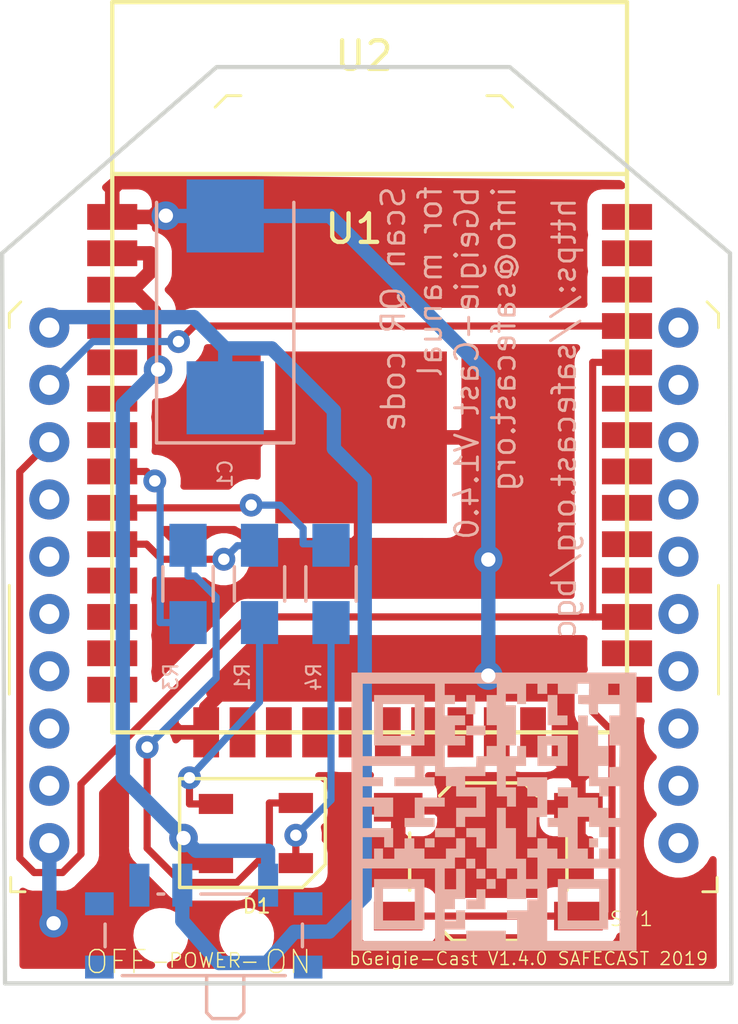
<source format=kicad_pcb>
(kicad_pcb (version 20190516) (host pcbnew "(5.1.0-1094-g655126d66)")

  (general
    (thickness 1.6)
    (drawings 12)
    (tracks 124)
    (modules 10)
    (nets 13)
  )

  (page "A4")
  (layers
    (0 "Top" signal)
    (31 "Bottom" signal)
    (32 "B.Adhes" user)
    (33 "F.Adhes" user)
    (34 "B.Paste" user)
    (35 "F.Paste" user)
    (36 "B.SilkS" user)
    (37 "F.SilkS" user)
    (38 "B.Mask" user)
    (39 "F.Mask" user)
    (40 "Dwgs.User" user)
    (41 "Cmts.User" user)
    (42 "Eco1.User" user)
    (43 "Eco2.User" user)
    (44 "Edge.Cuts" user)
    (45 "Margin" user)
    (46 "B.CrtYd" user)
    (47 "F.CrtYd" user)
    (48 "B.Fab" user)
    (49 "F.Fab" user)
  )

  (setup
    (last_trace_width 0.25)
    (user_trace_width 0.25)
    (trace_clearance 0.2)
    (zone_clearance 0.508)
    (zone_45_only yes)
    (trace_min 0.2)
    (via_size 0.8)
    (via_drill 0.4)
    (via_min_size 0.4)
    (via_min_drill 0.3)
    (uvia_size 0.3)
    (uvia_drill 0.1)
    (uvias_allowed no)
    (uvia_min_size 0.2)
    (uvia_min_drill 0.1)
    (max_error 0.005)
    (edge_width 0.05)
    (segment_width 0.2)
    (pcb_text_width 0.3)
    (pcb_text_size 1.5 1.5)
    (mod_edge_width 0.12)
    (mod_text_size 1 1)
    (mod_text_width 0.15)
    (pad_size 0.7 1.5)
    (pad_drill 0)
    (pad_to_mask_clearance 0.051)
    (solder_mask_min_width 0.25)
    (aux_axis_origin 0 0)
    (grid_origin 148.75 98.75)
    (visible_elements FFFFF77F)
    (pcbplotparams
      (layerselection 0x010fc_ffffffff)
      (usegerberextensions true)
      (usegerberattributes true)
      (usegerberadvancedattributes false)
      (creategerberjobfile false)
      (excludeedgelayer false)
      (linewidth 0.100000)
      (plotframeref false)
      (viasonmask false)
      (mode 1)
      (useauxorigin false)
      (hpglpennumber 1)
      (hpglpenspeed 20)
      (hpglpendiameter 15.000000)
      (psnegative false)
      (psa4output false)
      (plotreference true)
      (plotvalue true)
      (plotinvisibletext false)
      (padsonsilk false)
      (subtractmaskfromsilk false)
      (outputformat 1)
      (mirror false)
      (drillshape 0)
      (scaleselection 1)
      (outputdirectory "gerber files/"))
  )

  (net 0 "")
  (net 1 "GND")
  (net 2 "VDD")
  (net 3 "Net-(D1-Pad1)")
  (net 4 "Net-(D1-Pad3)")
  (net 5 "Net-(D1-Pad4)")
  (net 6 "Net-(SW1-Pad1)")
  (net 7 "Net-(U1-Pad27)")
  (net 8 "+3V3")
  (net 9 "Net-(U1-Pad35)")
  (net 10 "Net-(R1-Pad1)")
  (net 11 "Net-(R3-Pad1)")
  (net 12 "Net-(R4-Pad1)")

  (net_class "Default" "This is the default net class."
    (clearance 0.2)
    (trace_width 0.25)
    (via_dia 0.8)
    (via_drill 0.4)
    (uvia_dia 0.3)
    (uvia_drill 0.1)
    (add_net "Net-(D1-Pad1)")
    (add_net "Net-(D1-Pad3)")
    (add_net "Net-(D1-Pad4)")
    (add_net "Net-(R1-Pad1)")
    (add_net "Net-(R3-Pad1)")
    (add_net "Net-(R4-Pad1)")
    (add_net "Net-(SW1-Pad1)")
    (add_net "Net-(U1-Pad27)")
    (add_net "Net-(U1-Pad35)")
  )

  (net_class "Power" ""
    (clearance 0.2)
    (trace_width 0.5)
    (via_dia 1)
    (via_drill 0.5)
    (uvia_dia 0.3)
    (uvia_drill 0.1)
    (add_net "+3V3")
    (add_net "GND")
    (add_net "VDD")
  )

  (module "ESP32 nGeigieNano WiFi-all:QR_code_safecast_bgc" (layer "Bottom") (tedit 5CF47929) (tstamp 5CEC4528)
    (at 152.95 116.25)
    (fp_text reference "G***" (at 0 7.112) (layer "B.SilkS") hide
      (effects (font (size 1.524 1.524) (thickness 0.3)) (justify mirror))
    )
    (fp_text value "LOGO" (at 0.254 -7.874) (layer "B.SilkS") hide
      (effects (font (size 1.524 1.524) (thickness 0.3)) (justify mirror))
    )
    (fp_poly (pts (xy 4.9784 -4.8514) (xy -4.9784 -4.8514) (xy -4.9784 -1.9304) (xy -4.5974 -1.9304)
      (xy -4.5974 -4.4704) (xy -2.0574 -4.4704) (xy -2.0574 -2.3114) (xy -1.7272 -2.3114)
      (xy -1.016 -2.3114) (xy -1.016 -2.6416) (xy -1.3716 -2.6416) (xy -1.3716 -3.0226)
      (xy -1.016 -3.0226) (xy -1.016 -3.3528) (xy -1.7272 -3.3528) (xy -1.7272 -3.7592)
      (xy -1.3716 -3.7592) (xy -1.3716 -4.064) (xy -1.7272 -4.064) (xy -1.7272 -4.4704)
      (xy 0.1016 -4.4704) (xy 0.1016 -4.064) (xy -0.254 -4.064) (xy -0.254 -3.0226)
      (xy 0.1016 -3.0226) (xy 0.1016 -2.286) (xy -0.254 -2.286) (xy -0.254 -1.9304)
      (xy -0.607375 -1.9304) (xy -0.614838 -1.74625) (xy -0.6223 -1.5621) (xy -1.17475 -1.555254)
      (xy -1.7272 -1.548409) (xy -1.7272 -2.3114) (xy -2.0574 -2.3114) (xy -2.0574 -1.9304)
      (xy -4.5974 -1.9304) (xy -4.9784 -1.9304) (xy -4.9784 1.651) (xy -4.5974 1.651)
      (xy -4.5974 0.889) (xy -3.8354 0.889) (xy -3.8354 1.2446) (xy -3.5306 1.2446)
      (xy -3.5306 0.5842) (xy -4.5974 0.5842) (xy -4.5974 -0.1778) (xy -4.191 -0.1778)
      (xy -4.191 0.1778) (xy -3.5306 0.1778) (xy -3.5306 -0.4826) (xy -4.5974 -0.4826)
      (xy -4.5974 -0.889) (xy -3.8862 -0.889) (xy -3.8862 -1.1938) (xy -4.5974 -1.1938)
      (xy -4.5974 -1.6002) (xy -2.7686 -1.6002) (xy -2.7686 -1.1938) (xy -3.4798 -1.1938)
      (xy -3.4798 -0.889) (xy -2.0828 -0.889) (xy -2.0828 -1.1938) (xy -2.4384 -1.1938)
      (xy -2.4384 -1.6002) (xy -2.0574 -1.6002) (xy -2.0574 -1.2446) (xy -1.6764 -1.2446)
      (xy -1.6764 -0.889) (xy -1.3208 -0.889) (xy -1.3208 -0.5334) (xy -0.6096 -0.5334)
      (xy -0.6096 -0.127) (xy -1.3208 -0.127) (xy -1.3208 0.5334) (xy -1.016 0.5334)
      (xy -1.016 0.1778) (xy -0.3048 0.1778) (xy -0.3048 -0.8382) (xy -1.016 -0.8382)
      (xy -1.016 -1.2446) (xy -0.3048 -1.2446) (xy -0.3048 -1.6002) (xy 0.1016 -1.6002)
      (xy 0.1016 -0.5334) (xy 0.4572 -0.5334) (xy 0.4572 -0.1778) (xy 0.762 -0.1778)
      (xy 0.762 -0.8382) (xy 0.4064 -0.8382) (xy 0.4064 -1.2446) (xy 0.762 -1.2446)
      (xy 0.762 -1.6002) (xy 1.1176 -1.6002) (xy 1.1176 -2.286) (xy 0.8128 -2.286)
      (xy 0.8128 -1.9304) (xy 0.4064 -1.9304) (xy 0.4064 -2.3114) (xy 0.762 -2.3114)
      (xy 0.762 -3.7084) (xy 0.4064 -3.7084) (xy 0.4064 -4.1148) (xy 0.8128 -4.1148)
      (xy 0.8128 -3.7592) (xy 1.1176 -3.7592) (xy 1.1176 -4.4704) (xy 1.524 -4.4704)
      (xy 1.524 -4.1148) (xy 1.8542 -4.1148) (xy 1.8542 -4.4704) (xy 2.2352 -4.4704)
      (xy 2.2352 -4.1148) (xy 2.921 -4.1148) (xy 2.921 -4.4704) (xy 3.3274 -4.4704)
      (xy 3.3274 -4.064) (xy 3.9878 -4.064) (xy 3.9878 -4.4704) (xy 4.3942 -4.4704)
      (xy 4.3942 -4.064) (xy 3.9878 -4.064) (xy 3.3274 -4.064) (xy 2.9464 -4.064)
      (xy 2.9464 -3.761425) (xy 3.13055 -3.753962) (xy 3.3147 -3.7465) (xy 3.32221 -3.57505)
      (xy 3.329721 -3.4036) (xy 3.6322 -3.4036) (xy 3.6322 -3.7592) (xy 4.3942 -3.7592)
      (xy 4.3942 -3.3528) (xy 4.0386 -3.3528) (xy 4.0386 -2.3114) (xy 4.395558 -2.3114)
      (xy 4.3815 -1.5621) (xy 4.0386 -1.547078) (xy 4.0386 -1.1938) (xy 3.6322 -1.1938)
      (xy 3.6322 -1.6002) (xy 3.9878 -1.6002) (xy 3.9878 -2.286) (xy 3.6322 -2.286)
      (xy 3.6322 -2.9972) (xy 3.2766 -2.9972) (xy 3.2766 -3.3528) (xy 2.9464 -3.3528)
      (xy 2.9464 -1.2446) (xy 3.3274 -1.2446) (xy 3.3274 -0.889) (xy 3.683 -0.889)
      (xy 3.683 -0.5334) (xy 3.9878 -0.5334) (xy 3.9878 -0.889) (xy 4.3942 -0.889)
      (xy 4.3942 0.2286) (xy 3.9878 0.2286) (xy 3.9878 -0.127) (xy 3.6322 -0.127)
      (xy 3.6322 -0.4826) (xy 2.921 -0.4826) (xy 2.921 -0.8382) (xy 2.2352 -0.8382)
      (xy 2.2352 -0.5334) (xy 2.5908 -0.5334) (xy 2.5908 -0.127) (xy 2.2352 -0.127)
      (xy 2.2352 0.2286) (xy 1.8796 0.2286) (xy 1.8796 0.5334) (xy 2.2352 0.5334)
      (xy 2.2352 0.889) (xy 2.5908 0.889) (xy 2.5908 1.2954) (xy 2.921 1.2954)
      (xy 2.921 0.1778) (xy 3.3274 0.1778) (xy 3.3274 0.5334) (xy 3.683 0.5334)
      (xy 3.683 0.889) (xy 3.9878 0.889) (xy 3.9878 0.5334) (xy 4.3942 0.5334)
      (xy 4.3942 1.651) (xy 3.9878 1.651) (xy 3.9878 1.2954) (xy 3.683 1.2954)
      (xy 3.683 1.651) (xy 3.2766 1.651) (xy 3.2766 1.2954) (xy 2.921 1.2954)
      (xy 2.5908 1.2954) (xy 2.5908 1.651) (xy 2.2098 1.651) (xy 2.2098 1.2954)
      (xy 1.8542 1.2954) (xy 1.8542 0.9398) (xy 1.524 0.9398) (xy 1.524 1.2954)
      (xy 1.1684 1.2954) (xy 1.1684 1.6002) (xy 1.524 1.6002) (xy 1.524 2.3622)
      (xy 1.1176 2.3622) (xy 1.1176 1.651) (xy 0.762 1.651) (xy 0.762 0.5842)
      (xy 0.4064 0.5842) (xy 0.4064 -0.127) (xy 0.1016 -0.127) (xy 0.1016 1.2954)
      (xy -0.254 1.2954) (xy -0.254 1.9812) (xy 0.1016 1.9812) (xy 0.1016 2.3368)
      (xy 0.4064 2.3368) (xy 0.4064 1.9812) (xy 0.8128 1.9812) (xy 0.8128 2.3622)
      (xy 0.4572 2.3622) (xy 0.4572 3.048) (xy 1.1176 3.048) (xy 1.1176 2.6924)
      (xy 1.524 2.6924) (xy 1.524 3.0734) (xy 1.1684 3.0734) (xy 1.1684 3.4544)
      (xy 0.4572 3.4544) (xy 0.4572 3.7592) (xy 0.8128 3.7592) (xy 0.8128 4.5212)
      (xy 1.8542 4.5212) (xy 1.8542 1.9812) (xy 4.3942 1.9812) (xy 4.3942 4.5212)
      (xy 1.8542 4.5212) (xy 0.8128 4.5212) (xy 0.4064 4.5212) (xy 0.4064 4.1656)
      (xy -0.9652 4.1656) (xy -0.9652 4.5212) (xy -1.7272 4.5212) (xy -1.7272 4.1148)
      (xy -1.016 4.1148) (xy -1.016 3.4544) (xy -1.3208 3.4544) (xy -1.3208 3.81)
      (xy -1.7272 3.81) (xy -1.7272 3.4036) (xy -1.3716 3.4036) (xy -1.3716 3.048)
      (xy -1.016 3.048) (xy -1.016 2.0066) (xy -1.3208 2.0066) (xy -1.3208 2.7178)
      (xy -1.7272 2.7178) (xy -1.7272 1.9812) (xy -1.3716 1.9812) (xy -1.3716 1.6002)
      (xy -1.016 1.6002) (xy -1.016 0.9398) (xy -1.3208 0.9398) (xy -1.3208 1.2954)
      (xy -1.6764 1.2954) (xy -1.6764 1.651) (xy -2.4384 1.651) (xy -2.4384 1.2954)
      (xy -2.794 1.2954) (xy -2.794 0.9398) (xy -3.1242 0.9398) (xy -3.1242 1.2954)
      (xy -3.4798 1.2954) (xy -3.4798 1.651) (xy -3.8862 1.651) (xy -3.8862 1.2954)
      (xy -4.191 1.2954) (xy -4.191 1.651) (xy -4.5974 1.651) (xy -4.9784 1.651)
      (xy -4.9784 4.5212) (xy -4.5974 4.5212) (xy -4.5974 1.9812) (xy -2.0574 1.9812)
      (xy -2.0574 4.5212) (xy -4.5974 4.5212) (xy -4.9784 4.5212) (xy -4.9784 4.8514)
      (xy 4.9784 4.8514)) (layer "B.SilkS") (width 0.01))
    (fp_poly (pts (xy -2.4384 -4.064) (xy -4.191 -4.064) (xy -4.191 -2.6416) (xy -3.8862 -2.6416)
      (xy -3.8862 -3.7592) (xy -2.7686 -3.7592) (xy -2.7686 -2.6416) (xy -3.8862 -2.6416)
      (xy -4.191 -2.6416) (xy -4.191 -2.3114) (xy -2.4384 -2.3114)) (layer "B.SilkS") (width 0.01))
    (fp_poly (pts (xy -0.6604 -4.064) (xy -0.9652 -4.064) (xy -0.9652 -3.4036) (xy -0.6604 -3.4036)) (layer "B.SilkS") (width 0.01))
    (fp_poly (pts (xy -0.3048 -2.9972) (xy -0.9652 -2.9972) (xy -0.9652 -2.667) (xy -0.3048 -2.667)) (layer "B.SilkS") (width 0.01))
    (fp_poly (pts (xy 2.5654 -3.3528) (xy 2.2098 -3.3528) (xy 2.2098 -4.064) (xy 1.8796 -4.064)
      (xy 1.8796 -3.0226) (xy 2.5654 -3.0226)) (layer "B.SilkS") (width 0.01))
    (fp_poly (pts (xy 2.5654 -2.6416) (xy 1.524 -2.6416) (xy 1.524 -1.9304) (xy 1.8542 -1.9304)
      (xy 1.8542 -2.3114) (xy 2.2352 -2.3114) (xy 2.2352 -1.9304) (xy 1.8542 -1.9304)
      (xy 1.524 -1.9304) (xy 1.524 -1.6002) (xy 2.5654 -1.6002)) (layer "B.SilkS") (width 0.01))
    (fp_poly (pts (xy 1.4859 0.1905) (xy 1.67005 0.183038) (xy 1.8542 0.175575) (xy 1.8542 -1.1938)
      (xy 0.8128 -1.1938) (xy 0.8128 -0.889) (xy 1.1684 -0.889) (xy 1.1684 -0.5334)
      (xy 1.524 -0.5334) (xy 1.524 -0.127) (xy 1.1684 -0.127) (xy 1.1684 0.889)
      (xy 1.471766 0.889)) (layer "B.SilkS") (width 0.01))
    (fp_poly (pts (xy -2.0828 0.2286) (xy -2.4384 0.2286) (xy -2.4384 -0.1778) (xy -1.7272 -0.1778)
      (xy -1.7272 -0.4826) (xy -2.7686 -0.4826) (xy -2.7686 0.2286) (xy -3.1242 0.2286)
      (xy -3.1242 0.5334) (xy -2.0828 0.5334)) (layer "B.SilkS") (width 0.01))
    (fp_poly (pts (xy -1.3716 0.5842) (xy -2.0574 0.5842) (xy -2.0574 0.889) (xy -1.3716 0.889)) (layer "B.SilkS") (width 0.01))
    (fp_poly (pts (xy -0.3048 0.5842) (xy -0.9652 0.5842) (xy -0.9652 0.889) (xy -0.6096 0.889)
      (xy -0.6096 1.2446) (xy -0.3048 1.2446)) (layer "B.SilkS") (width 0.01))
    (fp_poly (pts (xy -2.0828 0.9398) (xy -2.413 0.9398) (xy -2.413 1.2446) (xy -2.0828 1.2446)) (layer "B.SilkS") (width 0.01))
    (fp_poly (pts (xy -0.6604 1.651) (xy -0.9652 1.651) (xy -0.9652 1.9812) (xy -0.6604 1.9812)) (layer "B.SilkS") (width 0.01))
    (fp_poly (pts (xy -0.3048 2.0066) (xy -0.6096 2.0066) (xy -0.6096 2.3368) (xy -0.3048 2.3368)) (layer "B.SilkS") (width 0.01))
    (fp_poly (pts (xy 0.0508 2.3622) (xy -0.254 2.3622) (xy -0.254 2.6924) (xy 0.0508 2.6924)) (layer "B.SilkS") (width 0.01))
    (fp_poly (pts (xy -0.3048 2.7178) (xy -0.6096 2.7178) (xy -0.6096 3.0734) (xy -0.9652 3.0734)
      (xy -0.9652 3.4036) (xy -0.3048 3.4036)) (layer "B.SilkS") (width 0.01))
    (fp_poly (pts (xy 3.6322 0.9398) (xy 3.3274 0.9398) (xy 3.3274 1.2446) (xy 3.6322 1.2446)) (layer "B.SilkS") (width 0.01))
    (fp_poly (pts (xy -2.4384 2.3622) (xy -4.191 2.3622) (xy -4.191 3.81) (xy -3.8862 3.81)
      (xy -3.8862 2.6924) (xy -2.7686 2.6924) (xy -2.7686 3.81) (xy -3.8862 3.81)
      (xy -4.191 3.81) (xy -4.191 4.1148) (xy -2.4384 4.1148)) (layer "B.SilkS") (width 0.01))
    (fp_poly (pts (xy 3.9878 2.3622) (xy 2.2352 2.3622) (xy 2.2352 3.81) (xy 2.5654 3.81)
      (xy 2.5654 2.6924) (xy 3.683 2.6924) (xy 3.683 3.81) (xy 2.5654 3.81)
      (xy 2.2352 3.81) (xy 2.2352 4.1148) (xy 3.9878 4.1148)) (layer "B.SilkS") (width 0.01))
  )

  (module "Capacitors_Tantalum_SMD:CP_Tantalum_Case-D_EIA-7343-31_Reflow" (layer "Bottom") (tedit 58CC8C08) (tstamp 5CC7DB3B)
    (at 143.55 98.625 90)
    (descr "Tantalum capacitor, Case D, EIA 7343-31, 7.3x4.3x2.8mm, Reflow soldering footprint")
    (tags "capacitor tantalum smd")
    (path "/5CC7C796")
    (attr smd)
    (fp_text reference "C1" (at -5.825 0 90) (layer "B.SilkS")
      (effects (font (size 0.5 0.5) (thickness 0.075)) (justify mirror))
    )
    (fp_text value "CP1" (at -5.825 0 90) (layer "B.Fab")
      (effects (font (size 0.5 0.5) (thickness 0.075)) (justify mirror))
    )
    (fp_text user "%R" (at -6.025 0 90) (layer "B.Fab")
      (effects (font (size 0.5 0.5) (thickness 0.075)) (justify mirror))
    )
    (fp_line (start -4.85 2.5) (end -4.85 -2.5) (layer "B.CrtYd") (width 0.05))
    (fp_line (start -4.85 -2.5) (end 4.85 -2.5) (layer "B.CrtYd") (width 0.05))
    (fp_line (start 4.85 -2.5) (end 4.85 2.5) (layer "B.CrtYd") (width 0.05))
    (fp_line (start 4.85 2.5) (end -4.85 2.5) (layer "B.CrtYd") (width 0.05))
    (fp_line (start -3.65 2.15) (end -3.65 -2.15) (layer "B.Fab") (width 0.1))
    (fp_line (start -3.65 -2.15) (end 3.65 -2.15) (layer "B.Fab") (width 0.1))
    (fp_line (start 3.65 -2.15) (end 3.65 2.15) (layer "B.Fab") (width 0.1))
    (fp_line (start 3.65 2.15) (end -3.65 2.15) (layer "B.Fab") (width 0.1))
    (fp_line (start -2.92 2.15) (end -2.92 -2.15) (layer "B.Fab") (width 0.1))
    (fp_line (start -2.555 2.15) (end -2.555 -2.15) (layer "B.Fab") (width 0.1))
    (fp_line (start -4.75 2.4) (end 3.65 2.4) (layer "B.SilkS") (width 0.12))
    (fp_line (start -4.75 -2.4) (end 3.65 -2.4) (layer "B.SilkS") (width 0.12))
    (fp_line (start -4.75 2.4) (end -4.75 -2.4) (layer "B.SilkS") (width 0.12))
    (pad "1" smd rect (at -3.175 0 90) (size 2.55 2.7) (layers "Bottom" "B.Paste" "B.Mask")
      (net 2 "VDD"))
    (pad "2" smd rect (at 3.175 0 90) (size 2.55 2.7) (layers "Bottom" "B.Paste" "B.Mask")
      (net 1 "GND"))
    (model "Capacitors_Tantalum_SMD.3dshapes/CP_Tantalum_Case-D_EIA-7343-31.wrl"
      (at (xyz 0 0 0))
      (scale (xyz 1 1 1))
      (rotate (xyz 0 0 0))
    )
    (model "${KISYS3DMOD}/Capacitor_Tantalum_SMD.3dshapes/CP_EIA-7343-31_Kemet-D.step"
      (at (xyz 0 0 0))
      (scale (xyz 1 1 1))
      (rotate (xyz 0 0 0))
    )
  )

  (module "Resistors_SMD:R_0805_HandSoldering" (layer "Bottom") (tedit 58E0A804) (tstamp 5CE65DF5)
    (at 147.25 108.3 270)
    (descr "Resistor SMD 0805, hand soldering")
    (tags "resistor 0805")
    (path "/5CE61B83")
    (attr smd)
    (fp_text reference "R4" (at 3.25 0.6 270) (layer "B.SilkS")
      (effects (font (size 0.5 0.5) (thickness 0.075)) (justify mirror))
    )
    (fp_text value "470" (at 0 -1.75 270) (layer "B.Fab")
      (effects (font (size 0.5 0.5) (thickness 0.075)) (justify mirror))
    )
    (fp_text user "%R" (at 0 0 270) (layer "B.Fab")
      (effects (font (size 0.5 0.5) (thickness 0.075)) (justify mirror))
    )
    (fp_line (start -1 -0.62) (end -1 0.62) (layer "B.Fab") (width 0.1))
    (fp_line (start 1 -0.62) (end -1 -0.62) (layer "B.Fab") (width 0.1))
    (fp_line (start 1 0.62) (end 1 -0.62) (layer "B.Fab") (width 0.1))
    (fp_line (start -1 0.62) (end 1 0.62) (layer "B.Fab") (width 0.1))
    (fp_line (start 0.6 -0.88) (end -0.6 -0.88) (layer "B.SilkS") (width 0.12))
    (fp_line (start -0.6 0.88) (end 0.6 0.88) (layer "B.SilkS") (width 0.12))
    (fp_line (start -2.35 0.9) (end 2.35 0.9) (layer "B.CrtYd") (width 0.05))
    (fp_line (start -2.35 0.9) (end -2.35 -0.9) (layer "B.CrtYd") (width 0.05))
    (fp_line (start 2.35 -0.9) (end 2.35 0.9) (layer "B.CrtYd") (width 0.05))
    (fp_line (start 2.35 -0.9) (end -2.35 -0.9) (layer "B.CrtYd") (width 0.05))
    (pad "1" smd rect (at -1.35 0 270) (size 1.5 1.3) (layers "Bottom" "B.Paste" "B.Mask")
      (net 12 "Net-(R4-Pad1)"))
    (pad "2" smd rect (at 1.35 0 270) (size 1.5 1.3) (layers "Bottom" "B.Paste" "B.Mask")
      (net 3 "Net-(D1-Pad1)"))
    (model "${KISYS3DMOD}/Resistors_SMD.3dshapes/R_0805.wrl"
      (at (xyz 0 0 0))
      (scale (xyz 1 1 1))
      (rotate (xyz 0 0 0))
    )
    (model "${KISYS3DMOD}/Resistor_SMD.3dshapes/R_0805_2012Metric.wrl"
      (at (xyz 0 0 0))
      (scale (xyz 1 1 1))
      (rotate (xyz 0 0 0))
    )
  )

  (module "Resistors_SMD:R_0805_HandSoldering" (layer "Bottom") (tedit 58E0A804) (tstamp 5CE621C3)
    (at 142.25 108.3 90)
    (descr "Resistor SMD 0805, hand soldering")
    (tags "resistor 0805")
    (path "/5CE61931")
    (attr smd)
    (fp_text reference "R3" (at -3.25 -0.6 90) (layer "B.SilkS")
      (effects (font (size 0.5 0.5) (thickness 0.075)) (justify mirror))
    )
    (fp_text value "470" (at -0.05 1.2 90) (layer "B.Fab")
      (effects (font (size 0.5 0.5) (thickness 0.075)) (justify mirror))
    )
    (fp_text user "%R" (at 0 0 90) (layer "B.Fab")
      (effects (font (size 0.5 0.5) (thickness 0.075)) (justify mirror))
    )
    (fp_line (start -1 -0.62) (end -1 0.62) (layer "B.Fab") (width 0.1))
    (fp_line (start 1 -0.62) (end -1 -0.62) (layer "B.Fab") (width 0.1))
    (fp_line (start 1 0.62) (end 1 -0.62) (layer "B.Fab") (width 0.1))
    (fp_line (start -1 0.62) (end 1 0.62) (layer "B.Fab") (width 0.1))
    (fp_line (start 0.6 -0.88) (end -0.6 -0.88) (layer "B.SilkS") (width 0.12))
    (fp_line (start -0.6 0.88) (end 0.6 0.88) (layer "B.SilkS") (width 0.12))
    (fp_line (start -2.35 0.9) (end 2.35 0.9) (layer "B.CrtYd") (width 0.05))
    (fp_line (start -2.35 0.9) (end -2.35 -0.9) (layer "B.CrtYd") (width 0.05))
    (fp_line (start 2.35 -0.9) (end 2.35 0.9) (layer "B.CrtYd") (width 0.05))
    (fp_line (start 2.35 -0.9) (end -2.35 -0.9) (layer "B.CrtYd") (width 0.05))
    (pad "1" smd rect (at -1.35 0 90) (size 1.5 1.3) (layers "Bottom" "B.Paste" "B.Mask")
      (net 11 "Net-(R3-Pad1)"))
    (pad "2" smd rect (at 1.35 0 90) (size 1.5 1.3) (layers "Bottom" "B.Paste" "B.Mask")
      (net 5 "Net-(D1-Pad4)"))
    (model "${KISYS3DMOD}/Resistors_SMD.3dshapes/R_0805.wrl"
      (at (xyz 0 0 0))
      (scale (xyz 1 1 1))
      (rotate (xyz 0 0 0))
    )
    (model "${KISYS3DMOD}/Resistor_SMD.3dshapes/R_0805_2012Metric.wrl"
      (at (xyz 0 0 0))
      (scale (xyz 1 1 1))
      (rotate (xyz 0 0 0))
    )
  )

  (module "Resistors_SMD:R_0805_HandSoldering" (layer "Bottom") (tedit 58E0A804) (tstamp 5CE61967)
    (at 144.75 108.3 270)
    (descr "Resistor SMD 0805, hand soldering")
    (tags "resistor 0805")
    (path "/5CE61627")
    (attr smd)
    (fp_text reference "R1" (at 3.25 0.6 270) (layer "B.SilkS")
      (effects (font (size 0.5 0.5) (thickness 0.075)) (justify mirror))
    )
    (fp_text value "470" (at 0 -1.25 270) (layer "B.Fab")
      (effects (font (size 0.5 0.5) (thickness 0.075)) (justify mirror))
    )
    (fp_text user "%R" (at 0 0 270) (layer "B.Fab")
      (effects (font (size 0.5 0.5) (thickness 0.075)) (justify mirror))
    )
    (fp_line (start -1 -0.62) (end -1 0.62) (layer "B.Fab") (width 0.1))
    (fp_line (start 1 -0.62) (end -1 -0.62) (layer "B.Fab") (width 0.1))
    (fp_line (start 1 0.62) (end 1 -0.62) (layer "B.Fab") (width 0.1))
    (fp_line (start -1 0.62) (end 1 0.62) (layer "B.Fab") (width 0.1))
    (fp_line (start 0.6 -0.88) (end -0.6 -0.88) (layer "B.SilkS") (width 0.12))
    (fp_line (start -0.6 0.88) (end 0.6 0.88) (layer "B.SilkS") (width 0.12))
    (fp_line (start -2.35 0.9) (end 2.35 0.9) (layer "B.CrtYd") (width 0.05))
    (fp_line (start -2.35 0.9) (end -2.35 -0.9) (layer "B.CrtYd") (width 0.05))
    (fp_line (start 2.35 -0.9) (end 2.35 0.9) (layer "B.CrtYd") (width 0.05))
    (fp_line (start 2.35 -0.9) (end -2.35 -0.9) (layer "B.CrtYd") (width 0.05))
    (pad "1" smd rect (at -1.35 0 270) (size 1.5 1.3) (layers "Bottom" "B.Paste" "B.Mask")
      (net 10 "Net-(R1-Pad1)"))
    (pad "2" smd rect (at 1.35 0 270) (size 1.5 1.3) (layers "Bottom" "B.Paste" "B.Mask")
      (net 4 "Net-(D1-Pad3)"))
    (model "${KISYS3DMOD}/Resistors_SMD.3dshapes/R_0805.wrl"
      (at (xyz 0 0 0))
      (scale (xyz 1 1 1))
      (rotate (xyz 0 0 0))
    )
    (model "${KISYS3DMOD}/Resistor_SMD.3dshapes/R_0805_2012Metric.wrl"
      (at (xyz 0 0 0))
      (scale (xyz 1 1 1))
      (rotate (xyz 0 0 0))
    )
  )

  (module "digikey-footprints:XBEE-20_THT" (layer "Top") (tedit 5CD3E5B4) (tstamp 5CD3E61B)
    (at 148.4 108.35)
    (descr "https://www.digi.com/pdf/ds_xbeemultipointmodules.pdf")
    (path "/4D826FCC")
    (fp_text reference "U2" (at 0 -18.49) (layer "F.SilkS")
      (effects (font (size 1 1) (thickness 0.15)))
    )
    (fp_text value "XBEE-socket" (at 0 12.45) (layer "F.Fab")
      (effects (font (size 1 1) (thickness 0.15)))
    )
    (fp_line (start -12.25 -9.5) (end -12.25 10.6) (layer "F.Fab") (width 0.1))
    (fp_line (start 12.25 -9.5) (end 12.25 10.6) (layer "F.Fab") (width 0.1))
    (fp_line (start -12.25 10.6) (end 12.25 10.6) (layer "F.Fab") (width 0.1))
    (fp_line (start -4.75 -17) (end 4.75 -17) (layer "F.Fab") (width 0.1))
    (fp_line (start 4.75 -17) (end 12.25 -9.5) (layer "F.Fab") (width 0.1))
    (fp_line (start -12.25 -9.5) (end -4.75 -17) (layer "F.Fab") (width 0.1))
    (fp_line (start 12.35 10.7) (end 11.85 10.7) (layer "F.SilkS") (width 0.1))
    (fp_line (start 12.35 10.7) (end 12.35 10.2) (layer "F.SilkS") (width 0.1))
    (fp_line (start -12.35 10.7) (end -11.85 10.7) (layer "F.SilkS") (width 0.1))
    (fp_line (start -12.35 10.7) (end -12.35 10.2) (layer "F.SilkS") (width 0.1))
    (fp_line (start -12.4 -9.5) (end -12.4 -9) (layer "F.SilkS") (width 0.1))
    (fp_line (start -12.4 -9.5) (end -12 -9.9) (layer "F.SilkS") (width 0.1))
    (fp_line (start 12.4 -9.5) (end 12 -9.9) (layer "F.SilkS") (width 0.1))
    (fp_line (start 12.4 -9.5) (end 12.4 -9) (layer "F.SilkS") (width 0.1))
    (fp_line (start -4.8 -17.1) (end -5.2 -16.7) (layer "F.SilkS") (width 0.1))
    (fp_line (start -4.8 -17.1) (end -4.3 -17.1) (layer "F.SilkS") (width 0.1))
    (fp_line (start 4.8 -17.1) (end 4.3 -17.1) (layer "F.SilkS") (width 0.1))
    (fp_line (start 4.8 -17.1) (end 5.2 -16.7) (layer "F.SilkS") (width 0.1))
    (fp_line (start -12.4 0) (end -12.4 3.8) (layer "F.SilkS") (width 0.1))
    (fp_line (start 12.4 0) (end 12.4 3.8) (layer "F.SilkS") (width 0.1))
    (fp_line (start -12.5 -17.25) (end -12.5 10.85) (layer "F.CrtYd") (width 0.05))
    (fp_line (start 12.5 -17.25) (end 12.5 10.85) (layer "F.CrtYd") (width 0.05))
    (fp_line (start -12.5 10.85) (end 12.5 10.85) (layer "F.CrtYd") (width 0.05))
    (fp_line (start -12.5 -17.25) (end 12.5 -17.25) (layer "F.CrtYd") (width 0.05))
    (fp_text user "%R" (at 0.85 -0.15) (layer "F.Fab")
      (effects (font (size 1 1) (thickness 0.15)))
    )
    (pad "20" thru_hole circle (at 11 -9) (size 1.4 1.4) (drill 0.7) (layers *.Cu *.Mask))
    (pad "19" thru_hole circle (at 11 -7) (size 1.4 1.4) (drill 0.7) (layers *.Cu *.Mask))
    (pad "18" thru_hole circle (at 11 -5) (size 1.4 1.4) (drill 0.7) (layers *.Cu *.Mask))
    (pad "17" thru_hole circle (at 11 -3) (size 1.4 1.4) (drill 0.7) (layers *.Cu *.Mask))
    (pad "16" thru_hole circle (at 11 -1) (size 1.4 1.4) (drill 0.7) (layers *.Cu *.Mask))
    (pad "15" thru_hole circle (at 11 1) (size 1.4 1.4) (drill 0.7) (layers *.Cu *.Mask))
    (pad "14" thru_hole circle (at 11 3) (size 1.4 1.4) (drill 0.7) (layers *.Cu *.Mask))
    (pad "13" thru_hole circle (at 11 5) (size 1.4 1.4) (drill 0.7) (layers *.Cu *.Mask))
    (pad "12" thru_hole circle (at 11 7) (size 1.4 1.4) (drill 0.7) (layers *.Cu *.Mask))
    (pad "11" thru_hole circle (at 11 9) (size 1.4 1.4) (drill 0.7) (layers *.Cu *.Mask))
    (pad "10" thru_hole circle (at -11 9) (size 1.4 1.4) (drill 0.7) (layers *.Cu *.Mask)
      (net 1 "GND"))
    (pad "9" thru_hole circle (at -11 7) (size 1.4 1.4) (drill 0.7) (layers *.Cu *.Mask))
    (pad "8" thru_hole circle (at -11 5) (size 1.4 1.4) (drill 0.7) (layers *.Cu *.Mask))
    (pad "7" thru_hole circle (at -11 3) (size 1.4 1.4) (drill 0.7) (layers *.Cu *.Mask))
    (pad "6" thru_hole circle (at -11 1) (size 1.4 1.4) (drill 0.7) (layers *.Cu *.Mask))
    (pad "5" thru_hole circle (at -11 -1) (size 1.4 1.4) (drill 0.7) (layers *.Cu *.Mask))
    (pad "4" thru_hole circle (at -11 -3) (size 1.4 1.4) (drill 0.7) (layers *.Cu *.Mask))
    (pad "3" thru_hole circle (at -11 -5) (size 1.4 1.4) (drill 0.7) (layers *.Cu *.Mask)
      (net 7 "Net-(U1-Pad27)"))
    (pad "2" thru_hole circle (at -11 -7) (size 1.4 1.4) (drill 0.7) (layers *.Cu *.Mask)
      (net 9 "Net-(U1-Pad35)"))
    (pad "1" thru_hole circle (at -11 -9) (size 1.4 1.4) (drill 0.7) (layers *.Cu *.Mask)
      (net 2 "VDD"))
    (model "${KISYS3DMOD}/Connector_PinHeader_2.00mm.3dshapes/PinHeader_1x10_P2.00mm_Vertical.step"
      (offset (xyz -11 9 -2))
      (scale (xyz 1 1 1))
      (rotate (xyz 0 180 0))
    )
    (model "${KISYS3DMOD}/Connector_PinHeader_2.00mm.3dshapes/PinHeader_1x10_P2.00mm_Vertical.step"
      (offset (xyz 11 9 -2))
      (scale (xyz 1 1 1))
      (rotate (xyz 0 180 0))
    )
  )

  (module "digikey-footprints:DJS-BRGBC-TR8" (layer "Top") (tedit 5CBA3FFB) (tstamp 5CD0F46F)
    (at 144.75 117 90)
    (path "/5C649CE7")
    (attr smd)
    (fp_text reference "D1" (at -2.55 -0.1) (layer "F.SilkS")
      (effects (font (size 0.5 0.5) (thickness 0.075)))
    )
    (fp_text value "RGB-LED" (at 0 0 180) (layer "F.Fab")
      (effects (font (size 0.5 0.5) (thickness 0.1)))
    )
    (fp_line (start -1.65 2.05) (end -1.65 -2.54) (layer "F.CrtYd") (width 0.05))
    (fp_line (start 1.65 2.05) (end -1.65 2.05) (layer "F.CrtYd") (width 0.05))
    (fp_line (start 1.65 -2.54) (end 1.65 2.05) (layer "F.CrtYd") (width 0.05))
    (fp_line (start -1.65 -2.54) (end 1.65 -2.54) (layer "F.CrtYd") (width 0.05))
    (fp_line (start 1.9 2.3) (end -1.1 2.3) (layer "F.SilkS") (width 0.12))
    (fp_line (start 1.9 -2.794) (end 1.9 2.3) (layer "F.SilkS") (width 0.12))
    (fp_line (start -1.9 -2.794) (end 1.9 -2.794) (layer "F.SilkS") (width 0.12))
    (fp_line (start -1.9 1.5) (end -1.9 -2.794) (layer "F.SilkS") (width 0.12))
    (fp_line (start -1.1 2.3) (end -1.9 1.5) (layer "F.SilkS") (width 0.12))
    (pad "4" smd rect (at 1.05 1.27 90) (size 0.7 1.2) (layers "Top" "F.Paste" "F.Mask")
      (net 5 "Net-(D1-Pad4)"))
    (pad "3" smd rect (at 1.016 -1.524 90) (size 0.7 1.2) (layers "Top" "F.Paste" "F.Mask")
      (net 4 "Net-(D1-Pad3)"))
    (pad "1" smd rect (at -1.05 1.27 90) (size 0.7 1.2) (layers "Top" "F.Paste" "F.Mask")
      (net 3 "Net-(D1-Pad1)"))
    (pad "2" smd rect (at -1.05 -1.524 90) (size 0.7 1.2) (layers "Top" "F.Paste" "F.Mask")
      (net 8 "+3V3"))
    (model "${KISYS3DMOD}/LED_SMD.3dshapes/LED_0805_2012Metric.step"
      (at (xyz 0 0 0))
      (scale (xyz 1.6 1.9 1))
      (rotate (xyz 0 0 90))
    )
  )

  (module "ESP32-footprints-Lib:ESP-32S" locked (layer "Top") (tedit 5C734DE0) (tstamp 5CD3E70F)
    (at 148.653 105)
    (path "/5C64BD37")
    (fp_text reference "U1" (at -0.6 -9.1) (layer "F.SilkS")
      (effects (font (size 1 1) (thickness 0.15)))
    )
    (fp_text value "ESP32S" (at 8.347 9.25) (layer "F.Fab")
      (effects (font (size 0.5 0.5) (thickness 0.05)))
    )
    (fp_text user "AI-Thinker/Espressif" (at 6.3 -1.6 90) (layer "F.SilkS") hide
      (effects (font (size 1 1) (thickness 0.15)))
    )
    (fp_text user "ESP-32S" (at 4.8 2.8 90) (layer "F.SilkS") hide
      (effects (font (size 1 1) (thickness 0.15)))
    )
    (fp_line (start 8.947434 -11.017338) (end -9.052566 -11.017338) (layer "F.SilkS") (width 0.15))
    (fp_line (start -9.052566 -17.017338) (end -9.052566 8.482662) (layer "F.SilkS") (width 0.15))
    (fp_line (start 8.947434 -17.017338) (end 8.947434 8.482662) (layer "F.SilkS") (width 0.15))
    (fp_line (start 8.947434 8.482662) (end -9.052566 8.482662) (layer "F.SilkS") (width 0.15))
    (fp_line (start 8.947434 -17.017338) (end -9.052566 -17.017338) (layer "F.SilkS") (width 0.15))
    (pad "38" smd rect (at 8.947434 -9.517338 180) (size 1.75 0.9) (layers "Top" "F.Paste" "F.Mask"))
    (pad "37" smd rect (at 8.947434 -8.247338 180) (size 1.75 0.9) (layers "Top" "F.Paste" "F.Mask"))
    (pad "36" smd rect (at 8.947434 -6.977338 180) (size 1.75 0.9) (layers "Top" "F.Paste" "F.Mask"))
    (pad "35" smd rect (at 8.947434 -5.707338 180) (size 1.75 0.9) (layers "Top" "F.Paste" "F.Mask")
      (net 9 "Net-(U1-Pad35)"))
    (pad "34" smd rect (at 8.947434 -4.437338 180) (size 1.75 0.9) (layers "Top" "F.Paste" "F.Mask")
      (net 7 "Net-(U1-Pad27)"))
    (pad "33" smd rect (at 8.947434 -3.167338 180) (size 1.75 0.9) (layers "Top" "F.Paste" "F.Mask"))
    (pad "32" smd rect (at 8.947434 -1.897338 180) (size 1.75 0.9) (layers "Top" "F.Paste" "F.Mask"))
    (pad "31" smd rect (at 8.947434 -0.627338 180) (size 1.75 0.9) (layers "Top" "F.Paste" "F.Mask"))
    (pad "30" smd rect (at 8.947434 0.642662 180) (size 1.75 0.9) (layers "Top" "F.Paste" "F.Mask"))
    (pad "29" smd rect (at 8.947434 1.912662 180) (size 1.75 0.9) (layers "Top" "F.Paste" "F.Mask"))
    (pad "28" smd rect (at 8.947434 3.182662 180) (size 1.75 0.9) (layers "Top" "F.Paste" "F.Mask"))
    (pad "27" smd rect (at 8.947434 4.452662 180) (size 1.75 0.9) (layers "Top" "F.Paste" "F.Mask")
      (net 7 "Net-(U1-Pad27)"))
    (pad "26" smd rect (at 8.947434 5.722662 180) (size 1.75 0.9) (layers "Top" "F.Paste" "F.Mask"))
    (pad "25" smd rect (at 8.947434 6.992662 180) (size 1.75 0.9) (layers "Top" "F.Paste" "F.Mask")
      (net 6 "Net-(SW1-Pad1)"))
    (pad "24" smd rect (at 5.662434 8.482662 180) (size 0.9 1.75) (layers "Top" "F.Paste" "F.Mask"))
    (pad "23" smd rect (at 4.392434 8.482662 180) (size 0.9 1.75) (layers "Top" "F.Paste" "F.Mask"))
    (pad "22" smd rect (at 3.122434 8.482662 180) (size 0.9 1.75) (layers "Top" "F.Paste" "F.Mask"))
    (pad "21" smd rect (at 1.852434 8.482662 180) (size 0.9 1.75) (layers "Top" "F.Paste" "F.Mask"))
    (pad "20" smd rect (at 0.582434 8.482662 180) (size 0.9 1.75) (layers "Top" "F.Paste" "F.Mask"))
    (pad "19" smd rect (at -0.687566 8.482662 180) (size 0.9 1.75) (layers "Top" "F.Paste" "F.Mask"))
    (pad "18" smd rect (at -1.957566 8.482662 180) (size 0.9 1.75) (layers "Top" "F.Paste" "F.Mask"))
    (pad "17" smd rect (at -3.227566 8.482662 180) (size 0.9 1.75) (layers "Top" "F.Paste" "F.Mask"))
    (pad "16" smd rect (at -4.497566 8.482662 180) (size 0.9 1.75) (layers "Top" "F.Paste" "F.Mask"))
    (pad "15" smd rect (at -5.767566 8.482662 180) (size 0.9 1.75) (layers "Top" "F.Paste" "F.Mask")
      (net 1 "GND"))
    (pad "14" smd rect (at -9.052566 6.992662 180) (size 1.75 0.9) (layers "Top" "F.Paste" "F.Mask"))
    (pad "13" smd rect (at -9.052566 5.722662 180) (size 1.75 0.9) (layers "Top" "F.Paste" "F.Mask"))
    (pad "12" smd rect (at -9.052566 4.452662 180) (size 1.75 0.9) (layers "Top" "F.Paste" "F.Mask"))
    (pad "11" smd rect (at -9.052566 3.182662 180) (size 1.75 0.9) (layers "Top" "F.Paste" "F.Mask"))
    (pad "10" smd rect (at -9.052566 1.912662 180) (size 1.75 0.9) (layers "Top" "F.Paste" "F.Mask")
      (net 10 "Net-(R1-Pad1)"))
    (pad "9" smd rect (at -9.052566 0.642662 180) (size 1.75 0.9) (layers "Top" "F.Paste" "F.Mask")
      (net 12 "Net-(R4-Pad1)"))
    (pad "8" smd rect (at -9.052566 -0.627338 180) (size 1.75 0.9) (layers "Top" "F.Paste" "F.Mask")
      (net 11 "Net-(R3-Pad1)"))
    (pad "7" smd rect (at -9.052566 -1.897338 180) (size 1.75 0.9) (layers "Top" "F.Paste" "F.Mask"))
    (pad "6" smd rect (at -9.052566 -3.167338 180) (size 1.75 0.9) (layers "Top" "F.Paste" "F.Mask"))
    (pad "5" smd rect (at -9.052566 -4.437338 180) (size 1.75 0.9) (layers "Top" "F.Paste" "F.Mask"))
    (pad "4" smd rect (at -9.052566 -5.707338 180) (size 1.75 0.9) (layers "Top" "F.Paste" "F.Mask"))
    (pad "3" smd rect (at -9.052566 -6.977338 180) (size 1.75 0.9) (layers "Top" "F.Paste" "F.Mask")
      (net 8 "+3V3"))
    (pad "2" smd rect (at -9.052566 -8.247338 180) (size 1.75 0.9) (layers "Top" "F.Paste" "F.Mask")
      (net 8 "+3V3"))
    (pad "1" smd rect (at -9.052566 -9.517338 180) (size 1.75 0.9) (layers "Top" "F.Paste" "F.Mask")
      (net 1 "GND"))
    (pad "39" smd rect (at -0.352566 -1.817338 180) (size 6 6) (layers "Top" "F.Paste" "F.Mask")
      (net 1 "GND"))
    (model "${KISYS3DMOD}/ESP32.3dshapes/esp-wroom-32.STEP"
      (offset (xyz -9 -8.5 0))
      (scale (xyz 1 1 1))
      (rotate (xyz 90 180 180))
    )
  )

  (module "Buttons_Switches_SMD:SW_SPDT_PCM12" (layer "Bottom") (tedit 5D102483) (tstamp 5C70E934)
    (at 142.8 120.25 180)
    (descr "Ultraminiature Surface Mount Slide Switch")
    (path "/5C70EACA")
    (attr smd)
    (fp_text reference "SW2" (at 0 -5.08 180) (layer "B.SilkS") hide
      (effects (font (size 0.762 0.762) (thickness 0.1524)) (justify mirror))
    )
    (fp_text value "SWITCH_INV" (at 0 0 180) (layer "B.SilkS") hide
      (effects (font (size 0.762 0.762) (thickness 0.1524)) (justify mirror))
    )
    (fp_text user "%R" (at 0 3.2 180) (layer "B.Fab") hide
      (effects (font (size 1 1) (thickness 0.15)) (justify mirror))
    )
    (fp_line (start -1.4 -1.65) (end -1.4 -2.95) (layer "B.Fab") (width 0.1))
    (fp_line (start -1.4 -2.95) (end -1.2 -3.15) (layer "B.Fab") (width 0.1))
    (fp_line (start -1.2 -3.15) (end -0.35 -3.15) (layer "B.Fab") (width 0.1))
    (fp_line (start -0.35 -3.15) (end -0.15 -2.95) (layer "B.Fab") (width 0.1))
    (fp_line (start -0.15 -2.95) (end -0.1 -2.9) (layer "B.Fab") (width 0.1))
    (fp_line (start -0.1 -2.9) (end -0.1 -1.6) (layer "B.Fab") (width 0.1))
    (fp_line (start -3.35 1) (end -3.35 -1.6) (layer "B.Fab") (width 0.1))
    (fp_line (start -3.35 -1.6) (end 3.35 -1.6) (layer "B.Fab") (width 0.1))
    (fp_line (start 3.35 -1.6) (end 3.35 1) (layer "B.Fab") (width 0.1))
    (fp_line (start 3.35 1) (end -3.35 1) (layer "B.Fab") (width 0.1))
    (fp_line (start 1.4 1.12) (end 1.6 1.12) (layer "B.SilkS") (width 0.12))
    (fp_line (start -4.4 2.45) (end 4.4 2.45) (layer "B.CrtYd") (width 0.05))
    (fp_line (start 4.4 2.45) (end 4.4 -2.1) (layer "B.CrtYd") (width 0.05))
    (fp_line (start 4.4 -2.1) (end 1.65 -2.1) (layer "B.CrtYd") (width 0.05))
    (fp_line (start 1.65 -2.1) (end 1.65 -3.4) (layer "B.CrtYd") (width 0.05))
    (fp_line (start 1.65 -3.4) (end -1.65 -3.4) (layer "B.CrtYd") (width 0.05))
    (fp_line (start -1.65 -3.4) (end -1.65 -2.1) (layer "B.CrtYd") (width 0.05))
    (fp_line (start -1.65 -2.1) (end -4.4 -2.1) (layer "B.CrtYd") (width 0.05))
    (fp_line (start -4.4 -2.1) (end -4.4 2.45) (layer "B.CrtYd") (width 0.05))
    (fp_line (start -1.4 -3.02) (end -1.2 -3.23) (layer "B.SilkS") (width 0.12))
    (fp_line (start -0.1 -3.02) (end -0.3 -3.23) (layer "B.SilkS") (width 0.12))
    (fp_line (start -1.4 -1.73) (end -1.4 -3.02) (layer "B.SilkS") (width 0.12))
    (fp_line (start -1.2 -3.23) (end -0.3 -3.23) (layer "B.SilkS") (width 0.12))
    (fp_line (start -0.1 -3.02) (end -0.1 -1.73) (layer "B.SilkS") (width 0.12))
    (fp_line (start -2.85 -1.73) (end 2.85 -1.73) (layer "B.SilkS") (width 0.12))
    (fp_line (start -1.6 1.12) (end 0.1 1.12) (layer "B.SilkS") (width 0.12))
    (fp_line (start -3.45 0.07) (end -3.45 -0.72) (layer "B.SilkS") (width 0.12))
    (fp_line (start 3.45 -0.72) (end 3.45 0.07) (layer "B.SilkS") (width 0.12))
    (pad "" np_thru_hole circle (at -1.5 -0.33 180) (size 0.9 0.9) (drill 0.9) (layers *.Cu *.Mask))
    (pad "" np_thru_hole circle (at 1.5 -0.33 180) (size 0.9 0.9) (drill 0.9) (layers *.Cu *.Mask))
    (pad "1" smd rect (at -2.25 1.43 180) (size 0.7 1.5) (layers "Bottom" "B.Paste" "B.Mask")
      (net 8 "+3V3"))
    (pad "2" smd rect (at 0.75 1.43 180) (size 0.7 1.5) (layers "Bottom" "B.Paste" "B.Mask")
      (net 2 "VDD"))
    (pad "3" smd rect (at 2.25 1.43 180) (size 0.7 1.5) (layers "Bottom" "B.Paste" "B.Mask"))
    (pad "" smd rect (at -3.65 -1.43 180) (size 1 0.8) (layers "Bottom" "B.Paste" "B.Mask"))
    (pad "" smd rect (at 3.65 -1.43 180) (size 1 0.8) (layers "Bottom" "B.Paste" "B.Mask"))
    (pad "" smd rect (at 3.65 0.78 180) (size 1 0.8) (layers "Bottom" "B.Paste" "B.Mask"))
    (pad "" smd rect (at -3.65 0.78 180) (size 1 0.8) (layers "Bottom" "B.Paste" "B.Mask"))
    (model "${KISYS3DMOD}/Buttons_Switches_SMD.3dshapes/SW_SPDT_PCM12.wrl"
      (at (xyz 0 0 0))
      (scale (xyz 1 1 1))
      (rotate (xyz 0 0 0))
    )
    (model "${KISYS3DMOD}/Button_Switch_SMD.3dshapes/SW_SPDT_PCM12.step"
      (at (xyz 0 0 0))
      (scale (xyz 1 1 1))
      (rotate (xyz 0 0 0))
    )
  )

  (module "Buttons_Switches_SMD:SW_SPST_TL3342" (layer "Top") (tedit 58724C2D) (tstamp 5C6E873A)
    (at 152.75 118 180)
    (descr "Low-profile SMD Tactile Switch, https://www.e-switch.com/system/asset/product_line/data_sheet/165/TL3342.pdf")
    (tags "SPST Tactile Switch")
    (path "/5C64B43D")
    (attr smd)
    (fp_text reference "SW1" (at 2.25 1.68 180) (layer "F.SilkS") hide
      (effects (font (size 1 1) (thickness 0.15)))
    )
    (fp_text value "TACT-SWITCH" (at 2.25 5.38988 180) (layer "F.Fab") hide
      (effects (font (size 1 1) (thickness 0.15)))
    )
    (fp_text user "%R" (at -5 -2) (layer "F.SilkS")
      (effects (font (size 0.5 0.5) (thickness 0.05)))
    )
    (fp_line (start 3.2 2.1) (end 3.2 1.6) (layer "F.Fab") (width 0.1))
    (fp_line (start 3.2 -2.1) (end 3.2 -1.6) (layer "F.Fab") (width 0.1))
    (fp_line (start -3.2 2.1) (end -3.2 1.6) (layer "F.Fab") (width 0.1))
    (fp_line (start -3.2 -2.1) (end -3.2 -1.6) (layer "F.Fab") (width 0.1))
    (fp_line (start 2.7 -2.1) (end 2.7 -1.6) (layer "F.Fab") (width 0.1))
    (fp_line (start 1.7 -2.1) (end 3.2 -2.1) (layer "F.Fab") (width 0.1))
    (fp_line (start 3.2 -1.6) (end 2.2 -1.6) (layer "F.Fab") (width 0.1))
    (fp_line (start -2.7 -2.1) (end -2.7 -1.6) (layer "F.Fab") (width 0.1))
    (fp_line (start -1.7 -2.1) (end -3.2 -2.1) (layer "F.Fab") (width 0.1))
    (fp_line (start -3.2 -1.6) (end -2.2 -1.6) (layer "F.Fab") (width 0.1))
    (fp_line (start -2.7 2.1) (end -2.7 1.6) (layer "F.Fab") (width 0.1))
    (fp_line (start -3.2 1.6) (end -2.2 1.6) (layer "F.Fab") (width 0.1))
    (fp_line (start -1.7 2.1) (end -3.2 2.1) (layer "F.Fab") (width 0.1))
    (fp_line (start 1.7 2.1) (end 3.2 2.1) (layer "F.Fab") (width 0.1))
    (fp_line (start 2.7 2.1) (end 2.7 1.6) (layer "F.Fab") (width 0.1))
    (fp_line (start 3.2 1.6) (end 2.2 1.6) (layer "F.Fab") (width 0.1))
    (fp_line (start -1.7 2.3) (end -1.25 2.75) (layer "F.SilkS") (width 0.12))
    (fp_line (start 1.7 2.3) (end 1.25 2.75) (layer "F.SilkS") (width 0.12))
    (fp_line (start 1.7 -2.3) (end 1.25 -2.75) (layer "F.SilkS") (width 0.12))
    (fp_line (start -1.7 -2.3) (end -1.25 -2.75) (layer "F.SilkS") (width 0.12))
    (fp_line (start -2 -1) (end -1 -2) (layer "F.Fab") (width 0.1))
    (fp_line (start -1 -2) (end 1 -2) (layer "F.Fab") (width 0.1))
    (fp_line (start 1 -2) (end 2 -1) (layer "F.Fab") (width 0.1))
    (fp_line (start 2 -1) (end 2 1) (layer "F.Fab") (width 0.1))
    (fp_line (start 2 1) (end 1 2) (layer "F.Fab") (width 0.1))
    (fp_line (start 1 2) (end -1 2) (layer "F.Fab") (width 0.1))
    (fp_line (start -1 2) (end -2 1) (layer "F.Fab") (width 0.1))
    (fp_line (start -2 1) (end -2 -1) (layer "F.Fab") (width 0.1))
    (fp_line (start 2.75 -1) (end 2.75 1) (layer "F.SilkS") (width 0.12))
    (fp_line (start -1.25 2.75) (end 1.25 2.75) (layer "F.SilkS") (width 0.12))
    (fp_line (start -2.75 -1) (end -2.75 1) (layer "F.SilkS") (width 0.12))
    (fp_line (start -1.25 -2.75) (end 1.25 -2.75) (layer "F.SilkS") (width 0.12))
    (fp_line (start -2.6 -1.2) (end -2.6 1.2) (layer "F.Fab") (width 0.1))
    (fp_line (start -2.6 1.2) (end -1.2 2.6) (layer "F.Fab") (width 0.1))
    (fp_line (start -1.2 2.6) (end 1.2 2.6) (layer "F.Fab") (width 0.1))
    (fp_line (start 1.2 2.6) (end 2.6 1.2) (layer "F.Fab") (width 0.1))
    (fp_line (start 2.6 1.2) (end 2.6 -1.2) (layer "F.Fab") (width 0.1))
    (fp_line (start 2.6 -1.2) (end 1.2 -2.6) (layer "F.Fab") (width 0.1))
    (fp_line (start 1.2 -2.6) (end -1.2 -2.6) (layer "F.Fab") (width 0.1))
    (fp_line (start -1.2 -2.6) (end -2.6 -1.2) (layer "F.Fab") (width 0.1))
    (fp_line (start -4.25 -3) (end 4.25 -3) (layer "F.CrtYd") (width 0.05))
    (fp_line (start 4.25 -3) (end 4.25 3) (layer "F.CrtYd") (width 0.05))
    (fp_line (start 4.25 3) (end -4.25 3) (layer "F.CrtYd") (width 0.05))
    (fp_line (start -4.25 3) (end -4.25 -3) (layer "F.CrtYd") (width 0.05))
    (fp_circle (center 0 0) (end 1 0) (layer "F.Fab") (width 0.1))
    (pad "1" smd rect (at -3.15 -1.9 180) (size 1.7 1) (layers "Top" "F.Paste" "F.Mask")
      (net 6 "Net-(SW1-Pad1)"))
    (pad "1" smd rect (at 3.15 -1.9 180) (size 1.7 1) (layers "Top" "F.Paste" "F.Mask")
      (net 6 "Net-(SW1-Pad1)"))
    (pad "2" smd rect (at -3.15 1.9 180) (size 1.7 1) (layers "Top" "F.Paste" "F.Mask")
      (net 1 "GND"))
    (pad "2" smd rect (at 3.15 1.9 180) (size 1.7 1) (layers "Top" "F.Paste" "F.Mask")
      (net 1 "GND"))
    (model "${KISYS3DMOD}/Buttons_Switches_SMD.3dshapes/SW_SPST_TL3342.wrl"
      (at (xyz 0 0 0))
      (scale (xyz 1 1 1))
      (rotate (xyz 0 0 0))
    )
    (model "${KISYS3DMOD}/Button_Switch_SMD.3dshapes/SW_SPST_TL3342.wrl"
      (at (xyz 0 0 0))
      (scale (xyz 1 1 1))
      (rotate (xyz 0 0 0))
    )
  )

  (gr_text "https://safecast.org/bgc" (at 155.4 102.51 90) (layer "B.SilkS")
    (effects (font (size 0.8 0.8) (thickness 0.1)) (justify mirror))
  )
  (gr_text "—POWER—" (at 142.85 121.45) (layer "F.SilkS")
    (effects (font (size 0.5 0.5) (thickness 0.05)))
  )
  (gr_text "Scan QR code \nfor manual\nbGeigie-Cast V1.4.0 \ninfo@safecast.org\n" (at 151.36 94.35 90) (layer "B.SilkS")
    (effects (font (size 0.8 0.8) (thickness 0.1)) (justify left mirror))
  )
  (gr_text "OFF" (at 139.75 121.5) (layer "F.SilkS") (tstamp 5C713E19)
    (effects (font (size 0.8 0.8) (thickness 0.05)))
  )
  (gr_text "ON" (at 145.75 121.5) (layer "F.SilkS")
    (effects (font (size 0.8 0.8) (thickness 0.05)))
  )
  (gr_line (start 143.25 90.25) (end 153.5 90.25) (layer "Edge.Cuts") (width 0.15) (tstamp 3181980))
  (gr_line (start 135.75 96.75) (end 143.25 90.25) (layer "Edge.Cuts") (width 0.15) (tstamp 3181A40))
  (gr_line (start 135.75 96.75) (end 135.85 122.25) (layer "Edge.Cuts") (width 0.15) (tstamp 3181800))
  (gr_line (start 153.5 90.25) (end 161.2011 96.75) (layer "Edge.Cuts") (width 0.15) (tstamp 3181BC0))
  (gr_line (start 161.2011 96.75) (end 161.25 122.25) (layer "Edge.Cuts") (width 0.15) (tstamp 3181B00))
  (gr_line (start 161.25 122.25) (end 135.85 122.25) (layer "Edge.Cuts") (width 0.15) (tstamp 3182700))
  (gr_text "bGeigie-Cast V1.4.0 SAFECAST 2019" (at 147.85 121.65) (layer "F.SilkS") (tstamp 3183900)
    (effects (font (size 0.45 0.45) (thickness 0.05)) (justify left bottom))
  )

  (segment (start 152.092339 112.157661) (end 152.250001 111.999999) (width 0.5) (layer "Top") (net 1))
  (segment (start 143.345433 112.157661) (end 152.092339 112.157661) (width 0.5) (layer "Top") (net 1))
  (segment (start 152.250001 111.999999) (end 152.75 111.5) (width 0.5) (layer "Top") (net 1))
  (segment (start 152.75 107.45) (end 152.75 111.5) (width 0.5) (layer "Bottom") (net 1))
  (via (at 152.75 111.5) (size 1) (drill 0.5) (layers "Top" "Bottom") (net 1))
  (via (at 152.75 107.45) (size 1) (drill 0.5) (layers "Top" "Bottom") (net 1))
  (segment (start 145.4 95.45) (end 143.55 95.45) (width 0.5) (layer "Bottom") (net 1))
  (segment (start 152.75 100.989998) (end 147.210002 95.45) (width 0.5) (layer "Bottom") (net 1))
  (segment (start 152.75 107.45) (end 152.75 100.989998) (width 0.5) (layer "Bottom") (net 1))
  (segment (start 147.210002 95.45) (end 145.4 95.45) (width 0.5) (layer "Bottom") (net 1))
  (segment (start 143.55 100.0747) (end 145.1747 100.0747) (width 0.5) (layer "Bottom") (net 2))
  (segment (start 143.34 121.54) (end 142.05 120.07) (width 0.5) (layer "Bottom") (net 2))
  (segment (start 147.35 102.25) (end 147.35 103.5753) (width 0.5) (layer "Bottom") (net 2))
  (segment (start 147.35 103.5753) (end 148.43 104.6553) (width 0.5) (layer "Bottom") (net 2))
  (segment (start 145.1747 100.0747) (end 147.35 102.25) (width 0.5) (layer "Bottom") (net 2))
  (segment (start 145.01 121.53) (end 143.34 121.54) (width 0.5) (layer "Bottom") (net 2))
  (segment (start 146.21 120.45) (end 145.969998 120.45) (width 0.5) (layer "Bottom") (net 2))
  (segment (start 148.43 104.6553) (end 148.43 119.200002) (width 0.5) (layer "Bottom") (net 2))
  (segment (start 148.43 119.200002) (end 147.190002 120.44) (width 0.5) (layer "Bottom") (net 2))
  (segment (start 147.190002 120.44) (end 146.21 120.45) (width 0.5) (layer "Bottom") (net 2))
  (segment (start 145.969998 120.45) (end 145.01 121.53) (width 0.5) (layer "Bottom") (net 2))
  (segment (start 142.05 120.07) (end 142.05 118.82) (width 0.5) (layer "Bottom") (net 2))
  (segment (start 143.55 95.45) (end 141.7497 95.45) (width 0.5) (layer "Bottom") (net 1))
  (segment (start 141.4754 95.4401) (end 141.7398 95.4401) (width 0.5) (layer "Bottom") (net 1))
  (segment (start 141.7398 95.4401) (end 141.7497 95.45) (width 0.5) (layer "Bottom") (net 1))
  (via (at 141.4754 95.4401) (size 1) (drill 0.5) (layers "Top" "Bottom") (net 1))
  (via (at 137.55 120.15) (size 1) (drill 0.5) (layers "Top" "Bottom") (net 1))
  (segment (start 137.4 120) (end 137.55 120.15) (width 0.5) (layer "Bottom") (net 1))
  (segment (start 137.4 117.35) (end 137.4 120) (width 0.5) (layer "Bottom") (net 1))
  (segment (start 155.9 115.1) (end 155.9 116.1) (width 0.5) (layer "Top") (net 1))
  (segment (start 155.215435 112.247661) (end 155.215435 114.415435) (width 0.5) (layer "Top") (net 1))
  (segment (start 155.125435 112.157661) (end 155.215435 112.247661) (width 0.5) (layer "Top") (net 1))
  (segment (start 143.345433 112.157661) (end 155.125435 112.157661) (width 0.5) (layer "Top") (net 1))
  (segment (start 155.215435 114.415435) (end 155.9 115.1) (width 0.5) (layer "Top") (net 1))
  (segment (start 142.885434 112.61766) (end 143.345433 112.157661) (width 0.5) (layer "Top") (net 1))
  (segment (start 142.885434 113.482662) (end 142.885434 112.61766) (width 0.5) (layer "Top") (net 1))
  (segment (start 137.4 99.35) (end 137.7674 98.9826) (width 0.5) (layer "Bottom") (net 2))
  (segment (start 137.7674 98.9826) (end 142.4579 98.9826) (width 0.5) (layer "Bottom") (net 2))
  (segment (start 142.4579 98.9826) (end 143.55 100.0747) (width 0.5) (layer "Bottom") (net 2))
  (segment (start 143.55 101.8) (end 143.55 100.0747) (width 0.5) (layer "Bottom") (net 2))
  (segment (start 146.02 118.05) (end 146.02 117.0779) (width 0.25) (layer "Top") (net 3))
  (segment (start 147.25 109.6) (end 147.25 115.8479) (width 0.25) (layer "Bottom") (net 3))
  (segment (start 147.25 115.8479) (end 146.02 117.0779) (width 0.25) (layer "Bottom") (net 3))
  (via (at 146.02 117.0779) (size 0.8) (layers "Top" "Bottom") (net 3))
  (segment (start 142.3007 115.984) (end 142.3007 115.0704) (width 0.25) (layer "Top") (net 4))
  (segment (start 143.226 115.984) (end 142.3007 115.984) (width 0.25) (layer "Top") (net 4))
  (via (at 142.3007 115.0704) (size 0.8) (layers "Top" "Bottom") (net 4))
  (segment (start 144.75 112.4211) (end 142.3007 115.0704) (width 0.25) (layer "Bottom") (net 4))
  (segment (start 144.75 112.4211) (end 144.75 109.65) (width 0.25) (layer "Bottom") (net 4))
  (segment (start 140.8203 114.0018) (end 140.8203 117.5311) (width 0.25) (layer "Top") (net 5))
  (segment (start 140.8203 117.5311) (end 142.0146 118.7254) (width 0.25) (layer "Top") (net 5))
  (segment (start 142.0146 118.7254) (end 143.9607 118.7254) (width 0.25) (layer "Top") (net 5))
  (segment (start 143.9607 118.7254) (end 145.0947 117.5914) (width 0.25) (layer "Top") (net 5))
  (segment (start 145.0947 117.5914) (end 145.0947 115.95) (width 0.25) (layer "Top") (net 5))
  (segment (start 146.02 115.95) (end 145.0947 115.95) (width 0.25) (layer "Top") (net 5))
  (segment (start 142.25 106.95) (end 142.25 108.0253) (width 0.25) (layer "Bottom") (net 5))
  (segment (start 142.25 108.0253) (end 142.4964 108.0253) (width 0.25) (layer "Bottom") (net 5))
  (segment (start 142.4964 108.0253) (end 143.233 108.7619) (width 0.25) (layer "Bottom") (net 5))
  (segment (start 143.233 108.7619) (end 143.233 111.5891) (width 0.25) (layer "Bottom") (net 5))
  (segment (start 143.233 111.5891) (end 140.8203 114.0018) (width 0.25) (layer "Bottom") (net 5))
  (via (at 140.8203 114.0018) (size 0.8) (layers "Top" "Bottom") (net 5))
  (segment (start 155.9 119.9) (end 157.0753 119.9) (width 0.25) (layer "Top") (net 6))
  (segment (start 157.0753 119.9) (end 157.0753 113.4432) (width 0.25) (layer "Top") (net 6))
  (segment (start 157.0753 113.4432) (end 156.4001 112.768) (width 0.25) (layer "Top") (net 6))
  (segment (start 156.4001 112.768) (end 156.4001 111.9927) (width 0.25) (layer "Top") (net 6))
  (segment (start 149.6 119.9) (end 155.9 119.9) (width 0.25) (layer "Top") (net 6))
  (segment (start 157.6004 111.9927) (end 156.4001 111.9927) (width 0.25) (layer "Top") (net 6))
  (segment (start 156.4001 109.4527) (end 144.3436 109.4527) (width 0.25) (layer "Top") (net 7))
  (segment (start 144.3436 109.4527) (end 138.5059 115.2904) (width 0.25) (layer "Top") (net 7))
  (segment (start 138.5059 115.2904) (end 138.5059 117.7348) (width 0.25) (layer "Top") (net 7))
  (segment (start 138.5059 117.7348) (end 137.8611 118.3796) (width 0.25) (layer "Top") (net 7))
  (segment (start 137.8611 118.3796) (end 136.8701 118.3796) (width 0.25) (layer "Top") (net 7))
  (segment (start 136.8701 118.3796) (end 136.3653 117.8748) (width 0.25) (layer "Top") (net 7))
  (segment (start 136.3653 117.8748) (end 136.3653 104.3847) (width 0.25) (layer "Top") (net 7))
  (segment (start 136.3653 104.3847) (end 137.4 103.35) (width 0.25) (layer "Top") (net 7))
  (segment (start 156.5127 109.4527) (end 156.4001 109.4527) (width 0.25) (layer "Top") (net 7))
  (segment (start 157.6004 109.4527) (end 156.5127 109.4527) (width 0.25) (layer "Top") (net 7))
  (segment (start 157.6004 100.5627) (end 156.4001 100.5627) (width 0.25) (layer "Top") (net 7))
  (segment (start 156.4001 109.4527) (end 156.4001 100.5627) (width 0.25) (layer "Top") (net 7))
  (segment (start 140.3075 98.0227) (end 141.0668 98.782) (width 0.5) (layer "Top") (net 8))
  (segment (start 141.0668 98.782) (end 141.0668 100.6769) (width 0.5) (layer "Top") (net 8))
  (segment (start 141.0668 100.6769) (end 141.2023 100.8124) (width 0.5) (layer "Top") (net 8))
  (segment (start 142.0924 117.1747) (end 139.9699 115.0522) (width 0.5) (layer "Bottom") (net 8))
  (segment (start 139.9699 115.0522) (end 139.9699 102.0448) (width 0.5) (layer "Bottom") (net 8))
  (segment (start 139.9699 102.0448) (end 141.2023 100.8124) (width 0.5) (layer "Bottom") (net 8))
  (segment (start 140.3075 98.0227) (end 140.9257 97.4045) (width 0.5) (layer "Top") (net 8))
  (segment (start 140.9257 97.4045) (end 140.9257 96.7527) (width 0.5) (layer "Top") (net 8))
  (segment (start 140.2631 98.0227) (end 140.3075 98.0227) (width 0.5) (layer "Top") (net 8))
  (segment (start 145.05 118.82) (end 145.05 117.6197) (width 0.5) (layer "Bottom") (net 8))
  (segment (start 142.0924 117.1747) (end 142.1757 117.258) (width 0.5) (layer "Top") (net 8))
  (segment (start 142.1757 117.258) (end 142.1757 118.05) (width 0.5) (layer "Top") (net 8))
  (segment (start 145.05 117.6197) (end 142.5374 117.6197) (width 0.5) (layer "Bottom") (net 8))
  (segment (start 142.5374 117.6197) (end 142.0924 117.1747) (width 0.5) (layer "Bottom") (net 8))
  (segment (start 143.226 118.05) (end 142.1757 118.05) (width 0.5) (layer "Top") (net 8))
  (segment (start 139.6004 96.7527) (end 140.9257 96.7527) (width 0.5) (layer "Top") (net 8))
  (segment (start 139.6004 98.0227) (end 140.2631 98.0227) (width 0.5) (layer "Top") (net 8))
  (via (at 141.2023 100.8124) (size 1) (drill 0.5) (layers "Top" "Bottom") (net 8))
  (via (at 142.0924 117.1747) (size 1) (drill 0.5) (layers "Top" "Bottom") (net 8))
  (segment (start 141.9171 99.8358) (end 138.9142 99.8358) (width 0.25) (layer "Bottom") (net 9))
  (segment (start 138.9142 99.8358) (end 137.4 101.35) (width 0.25) (layer "Bottom") (net 9))
  (segment (start 157.6004 99.2927) (end 142.4602 99.2927) (width 0.25) (layer "Top") (net 9))
  (segment (start 142.4602 99.2927) (end 141.9171 99.8358) (width 0.25) (layer "Top") (net 9))
  (via (at 141.9171 99.8358) (size 0.8) (layers "Top" "Bottom") (net 9))
  (segment (start 140.8007 106.9127) (end 141.3265 107.4385) (width 0.25) (layer "Top") (net 10))
  (segment (start 141.3265 107.4385) (end 143.5017 107.4385) (width 0.25) (layer "Top") (net 10))
  (segment (start 143.9747 106.9655) (end 143.5017 107.4385) (width 0.25) (layer "Bottom") (net 10))
  (segment (start 139.6004 106.9127) (end 140.8007 106.9127) (width 0.25) (layer "Top") (net 10))
  (via (at 143.5017 107.4385) (size 0.8) (layers "Top" "Bottom") (net 10))
  (segment (start 144.7345 106.9655) (end 144.75 106.95) (width 0.25) (layer "Bottom") (net 10))
  (segment (start 143.9747 106.9655) (end 144.7345 106.9655) (width 0.25) (layer "Bottom") (net 10))
  (segment (start 140.8007 104.3727) (end 140.8007 104.4148) (width 0.25) (layer "Top") (net 11))
  (segment (start 140.8007 104.4148) (end 141.0877 104.7018) (width 0.25) (layer "Top") (net 11))
  (segment (start 141.2747 109.65) (end 141.2747 104.8888) (width 0.25) (layer "Bottom") (net 11))
  (segment (start 141.2747 104.8888) (end 141.0877 104.7018) (width 0.25) (layer "Bottom") (net 11))
  (segment (start 142.25 109.65) (end 141.2747 109.65) (width 0.25) (layer "Bottom") (net 11))
  (segment (start 139.6004 104.3727) (end 140.8007 104.3727) (width 0.25) (layer "Top") (net 11))
  (via (at 141.0877 104.7018) (size 0.8) (layers "Top" "Bottom") (net 11))
  (segment (start 139.6004 105.6427) (end 144.3629 105.6427) (width 0.25) (layer "Top") (net 12))
  (segment (start 144.3629 105.6427) (end 144.4578 105.5478) (width 0.25) (layer "Top") (net 12))
  (segment (start 146.2747 106.9) (end 146.2747 106.3576) (width 0.25) (layer "Bottom") (net 12))
  (segment (start 146.2747 106.3576) (end 145.4649 105.5478) (width 0.25) (layer "Bottom") (net 12))
  (segment (start 145.4649 105.5478) (end 144.4578 105.5478) (width 0.25) (layer "Bottom") (net 12))
  (segment (start 147.25 106.9) (end 146.2747 106.9) (width 0.25) (layer "Bottom") (net 12))
  (via (at 144.4578 105.5478) (size 0.8) (layers "Top" "Bottom") (net 12))

  (zone (net 1) (net_name "GND") (layer "Top") (tstamp 5C870517) (hatch edge 0.508)
    (connect_pads (clearance 0.508))
    (min_thickness 0.254)
    (fill yes (thermal_gap 0.508) (thermal_bridge_width 0.508))
    (polygon
      (pts
        (xy 135.95 97.3) (xy 139.25 94) (xy 157.8 94.2) (xy 161.25 97) (xy 161.5 122.25)
        (xy 135.95 122.6)
      )
    )
    (filled_polygon
      (pts
        (xy 156.085387 110.272662) (xy 156.085387 111.172662) (xy 156.104218 111.291555) (xy 156.057487 111.308517) (xy 156.040106 111.319913)
        (xy 156.020989 111.328047) (xy 155.966195 111.368371) (xy 155.90928 111.405686) (xy 155.894987 111.420774) (xy 155.878254 111.433088)
        (xy 155.834207 111.484935) (xy 155.787402 111.534343) (xy 155.776963 111.552315) (xy 155.763512 111.568148) (xy 155.732576 111.628733)
        (xy 155.69839 111.687588) (xy 155.692365 111.707481) (xy 155.682918 111.725982) (xy 155.677292 111.757248) (xy 155.64702 111.8572)
        (xy 155.640554 111.961426) (xy 155.6401 111.96395) (xy 155.6401 111.968747) (xy 155.636047 112.03408) (xy 155.6401 112.057667)
        (xy 155.6401 112.710362) (xy 155.635394 112.741297) (xy 155.6401 112.799155) (xy 155.6401 112.812368) (xy 155.643654 112.842855)
        (xy 155.649761 112.917932) (xy 155.653896 112.930695) (xy 155.65545 112.944027) (xy 155.68116 113.014856) (xy 155.704377 113.086526)
        (xy 155.710232 113.09495) (xy 155.715917 113.110612) (xy 155.813086 113.258819) (xy 155.870637 113.313338) (xy 156.315301 113.758003)
        (xy 156.315301 114.964189) (xy 156.18575 114.965) (xy 156.027 115.12375) (xy 156.027 115.973) (xy 156.047 115.973)
        (xy 156.047 116.227) (xy 156.027 116.227) (xy 156.027 117.07625) (xy 156.18575 117.235) (xy 156.3153 117.235811)
        (xy 156.3153 118.759953) (xy 155.05 118.759953) (xy 154.852215 118.791279) (xy 154.707046 118.85959) (xy 154.583426 118.961858)
        (xy 154.489123 119.091655) (xy 154.469982 119.14) (xy 151.029445 119.14) (xy 150.99041 119.057046) (xy 150.888142 118.933426)
        (xy 150.758345 118.839123) (xy 150.609173 118.780061) (xy 150.45 118.759953) (xy 148.75 118.759953) (xy 148.552215 118.791279)
        (xy 148.407046 118.85959) (xy 148.283426 118.961858) (xy 148.189123 119.091655) (xy 148.130061 119.240827) (xy 148.109953 119.4)
        (xy 148.109953 120.4) (xy 148.141279 120.597785) (xy 148.20959 120.742954) (xy 148.311858 120.866574) (xy 148.441655 120.960877)
        (xy 148.590827 121.019939) (xy 148.75 121.040047) (xy 150.45 121.040047) (xy 150.647785 121.008721) (xy 150.792954 120.94041)
        (xy 150.916574 120.838142) (xy 151.010877 120.708345) (xy 151.030018 120.66) (xy 154.470555 120.66) (xy 154.50959 120.742954)
        (xy 154.611858 120.866574) (xy 154.741655 120.960877) (xy 154.890827 121.019939) (xy 155.05 121.040047) (xy 156.75 121.040047)
        (xy 156.947785 121.008721) (xy 157.092954 120.94041) (xy 157.216574 120.838142) (xy 157.310877 120.708345) (xy 157.350215 120.608989)
        (xy 157.353941 120.607404) (xy 157.417913 120.584183) (xy 157.435294 120.572787) (xy 157.454411 120.564653) (xy 157.509205 120.524329)
        (xy 157.56612 120.487014) (xy 157.580413 120.471926) (xy 157.597146 120.459612) (xy 157.641197 120.407761) (xy 157.687998 120.358357)
        (xy 157.698435 120.340388) (xy 157.711889 120.324552) (xy 157.742833 120.263953) (xy 157.77701 120.205112) (xy 157.783034 120.185224)
        (xy 157.792483 120.166718) (xy 157.79811 120.135445) (xy 157.82838 120.0355) (xy 157.834846 119.931274) (xy 157.8353 119.92875)
        (xy 157.8353 119.923953) (xy 157.839353 119.85862) (xy 157.8353 119.835033) (xy 157.8353 113.500838) (xy 157.840006 113.469903)
        (xy 157.8353 113.412045) (xy 157.8353 113.398831) (xy 157.831745 113.368343) (xy 157.825639 113.293267) (xy 157.821504 113.280504)
        (xy 157.81995 113.267172) (xy 157.79424 113.196343) (xy 157.771023 113.124673) (xy 157.765168 113.116249) (xy 157.759483 113.100587)
        (xy 157.747762 113.082709) (xy 158.091537 113.082709) (xy 158.065 113.233203) (xy 158.065 113.466797) (xy 158.105564 113.696843)
        (xy 158.185458 113.91635) (xy 158.302255 114.118649) (xy 158.452407 114.297593) (xy 158.514863 114.35) (xy 158.452407 114.402407)
        (xy 158.302255 114.581351) (xy 158.185458 114.78365) (xy 158.105564 115.003157) (xy 158.065 115.233203) (xy 158.065 115.466797)
        (xy 158.105564 115.696843) (xy 158.185458 115.91635) (xy 158.302255 116.118649) (xy 158.452407 116.297593) (xy 158.514863 116.35)
        (xy 158.452407 116.402407) (xy 158.302255 116.581351) (xy 158.185458 116.78365) (xy 158.105564 117.003157) (xy 158.065 117.233203)
        (xy 158.065 117.466797) (xy 158.105564 117.696843) (xy 158.185458 117.91635) (xy 158.302255 118.118649) (xy 158.452407 118.297593)
        (xy 158.631351 118.447745) (xy 158.83365 118.564542) (xy 159.053157 118.644436) (xy 159.283203 118.685) (xy 159.516797 118.685)
        (xy 159.746843 118.644436) (xy 159.96635 118.564542) (xy 160.168649 118.447745) (xy 160.347593 118.297593) (xy 160.497745 118.118649)
        (xy 160.606715 117.929907) (xy 160.613781 121.615) (xy 144.637706 121.615) (xy 144.651249 121.611786) (xy 144.840018 121.526752)
        (xy 145.009302 121.407556) (xy 145.152992 121.2585) (xy 145.265904 121.084963) (xy 145.343964 120.893204) (xy 145.384355 120.690145)
        (xy 145.385098 120.477428) (xy 145.346125 120.274092) (xy 145.269406 120.081793) (xy 145.157708 119.907471) (xy 145.015062 119.757416)
        (xy 144.846614 119.637041) (xy 144.658443 119.550691) (xy 144.457339 119.501481) (xy 144.250557 119.491187) (xy 144.04556 119.52018)
        (xy 143.849743 119.587414) (xy 143.670173 119.690463) (xy 143.513328 119.825609) (xy 143.384869 119.987975) (xy 143.28943 120.171703)
        (xy 143.230455 120.370164) (xy 143.210072 120.576195) (xy 143.229016 120.782365) (xy 143.286604 120.981232) (xy 143.380758 121.165622)
        (xy 143.508081 121.328881) (xy 143.663978 121.465118) (xy 143.842824 121.569418) (xy 143.972622 121.615) (xy 141.637706 121.615)
        (xy 141.651249 121.611786) (xy 141.840018 121.526752) (xy 142.009302 121.407556) (xy 142.152992 121.2585) (xy 142.265904 121.084963)
        (xy 142.343964 120.893204) (xy 142.384355 120.690145) (xy 142.385098 120.477428) (xy 142.346125 120.274092) (xy 142.269406 120.081793)
        (xy 142.157708 119.907471) (xy 142.015062 119.757416) (xy 141.846614 119.637041) (xy 141.658443 119.550691) (xy 141.457339 119.501481)
        (xy 141.250557 119.491187) (xy 141.04556 119.52018) (xy 140.849743 119.587414) (xy 140.670173 119.690463) (xy 140.513328 119.825609)
        (xy 140.384869 119.987975) (xy 140.28943 120.171703) (xy 140.230455 120.370164) (xy 140.210072 120.576195) (xy 140.229016 120.782365)
        (xy 140.286604 120.981232) (xy 140.380758 121.165622) (xy 140.508081 121.328881) (xy 140.663978 121.465118) (xy 140.842824 121.569418)
        (xy 140.972622 121.615) (xy 136.482514 121.615) (xy 136.472387 119.032657) (xy 136.53627 119.062514) (xy 136.603382 119.096783)
        (xy 136.61348 119.0986) (xy 136.628573 119.105654) (xy 136.80208 119.141743) (xy 136.881288 119.1396) (xy 137.803462 119.1396)
        (xy 137.834397 119.144306) (xy 137.892255 119.1396) (xy 137.905469 119.1396) (xy 137.935958 119.136045) (xy 138.011032 119.129939)
        (xy 138.023795 119.125805) (xy 138.037128 119.12425) (xy 138.107966 119.098537) (xy 138.179626 119.075323) (xy 138.188049 119.069469)
        (xy 138.203713 119.063783) (xy 138.35192 118.966614) (xy 138.406449 118.909052) (xy 139.002539 118.312963) (xy 139.027747 118.294412)
        (xy 139.065341 118.250161) (xy 139.074674 118.240828) (xy 139.093697 118.216784) (xy 139.142489 118.159352) (xy 139.148593 118.147398)
        (xy 139.156917 118.136877) (xy 139.188814 118.06863) (xy 139.223083 118.001518) (xy 139.2249 117.99142) (xy 139.231954 117.976327)
        (xy 139.268043 117.80282) (xy 139.2659 117.723612) (xy 139.2659 115.605201) (xy 140.0603 114.810801) (xy 140.060301 117.473456)
        (xy 140.055594 117.504397) (xy 140.060301 117.562267) (xy 140.060301 117.575469) (xy 140.063852 117.60593) (xy 140.069961 117.681032)
        (xy 140.074097 117.6938) (xy 140.075651 117.707128) (xy 140.101354 117.77794) (xy 140.124577 117.849626) (xy 140.130434 117.858052)
        (xy 140.136118 117.873713) (xy 140.233287 118.02192) (xy 140.29083 118.076431) (xy 141.436437 119.222039) (xy 141.454988 119.247247)
        (xy 141.499239 119.284841) (xy 141.508572 119.294174) (xy 141.532616 119.313197) (xy 141.590048 119.361989) (xy 141.602002 119.368093)
        (xy 141.612523 119.376417) (xy 141.68077 119.408314) (xy 141.747882 119.442583) (xy 141.75798 119.4444) (xy 141.773073 119.451454)
        (xy 141.94658 119.487543) (xy 142.025788 119.4854) (xy 143.903062 119.4854) (xy 143.933997 119.490106) (xy 143.991855 119.4854)
        (xy 144.005069 119.4854) (xy 144.035558 119.481845) (xy 144.110632 119.475739) (xy 144.123395 119.471605) (xy 144.136728 119.47005)
        (xy 144.207566 119.444337) (xy 144.279226 119.421123) (xy 144.287649 119.415269) (xy 144.303313 119.409583) (xy 144.45152 119.312414)
        (xy 144.506049 119.254852) (xy 144.94223 118.818672) (xy 144.981858 118.866574) (xy 145.111655 118.960877) (xy 145.260827 119.019939)
        (xy 145.42 119.040047) (xy 146.62 119.040047) (xy 146.817785 119.008721) (xy 146.962954 118.94041) (xy 147.086574 118.838142)
        (xy 147.180877 118.708345) (xy 147.239939 118.559173) (xy 147.260047 118.4) (xy 147.260047 117.7) (xy 147.228721 117.502215)
        (xy 147.16041 117.357046) (xy 147.058142 117.233426) (xy 147.047794 117.225908) (xy 147.051806 117.208247) (xy 147.055043 116.976413)
        (xy 147.018943 116.794092) (xy 147.086574 116.738142) (xy 147.180877 116.608345) (xy 147.184181 116.6) (xy 148.109953 116.6)
        (xy 148.130061 116.759173) (xy 148.189123 116.908345) (xy 148.283426 117.038142) (xy 148.407046 117.14041) (xy 148.552215 117.208721)
        (xy 148.709811 117.238784) (xy 149.31425 117.235) (xy 149.473 117.07625) (xy 149.473 116.227) (xy 149.727 116.227)
        (xy 149.727 117.07625) (xy 149.88575 117.235) (xy 150.490189 117.238784) (xy 150.647785 117.208721) (xy 150.792954 117.14041)
        (xy 150.916574 117.038142) (xy 151.010877 116.908345) (xy 151.069939 116.759173) (xy 151.090047 116.6) (xy 154.409953 116.6)
        (xy 154.430061 116.759173) (xy 154.489123 116.908345) (xy 154.583426 117.038142) (xy 154.707046 117.14041) (xy 154.852215 117.208721)
        (xy 155.009811 117.238784) (xy 155.61425 117.235) (xy 155.773 117.07625) (xy 155.773 116.227) (xy 154.57375 116.227)
        (xy 154.415 116.38575) (xy 154.409953 116.6) (xy 151.090047 116.6) (xy 151.085 116.38575) (xy 150.92625 116.227)
        (xy 149.727 116.227) (xy 149.473 116.227) (xy 148.27375 116.227) (xy 148.115 116.38575) (xy 148.109953 116.6)
        (xy 147.184181 116.6) (xy 147.239939 116.459173) (xy 147.260047 116.3) (xy 147.260047 115.6) (xy 147.228721 115.402215)
        (xy 147.16041 115.257046) (xy 147.058142 115.133426) (xy 146.928345 115.039123) (xy 146.823746 114.997709) (xy 147.145434 114.997709)
        (xy 147.332297 114.968113) (xy 147.356261 114.977601) (xy 147.515434 114.997709) (xy 148.415434 114.997709) (xy 148.602297 114.968113)
        (xy 148.625499 114.977299) (xy 148.552215 114.991279) (xy 148.407046 115.05959) (xy 148.283426 115.161858) (xy 148.189123 115.291655)
        (xy 148.130061 115.440827) (xy 148.109953 115.6) (xy 148.115 115.81425) (xy 148.27375 115.973) (xy 149.473 115.973)
        (xy 149.473 115.953) (xy 149.727 115.953) (xy 149.727 115.973) (xy 150.92625 115.973) (xy 151.085 115.81425)
        (xy 151.090047 115.6) (xy 154.409953 115.6) (xy 154.415 115.81425) (xy 154.57375 115.973) (xy 155.773 115.973)
        (xy 155.773 115.12375) (xy 155.61425 114.965) (xy 155.009811 114.961216) (xy 154.852215 114.991279) (xy 154.707046 115.05959)
        (xy 154.583426 115.161858) (xy 154.489123 115.291655) (xy 154.430061 115.440827) (xy 154.409953 115.6) (xy 151.090047 115.6)
        (xy 151.069939 115.440827) (xy 151.010877 115.291655) (xy 150.916574 115.161858) (xy 150.792954 115.05959) (xy 150.66145 114.997709)
        (xy 150.955434 114.997709) (xy 151.142297 114.968113) (xy 151.166261 114.977601) (xy 151.325434 114.997709) (xy 152.225434 114.997709)
        (xy 152.412297 114.968113) (xy 152.436261 114.977601) (xy 152.595434 114.997709) (xy 153.495434 114.997709) (xy 153.682297 114.968113)
        (xy 153.706261 114.977601) (xy 153.865434 114.997709) (xy 154.765434 114.997709) (xy 154.963219 114.966383) (xy 155.108388 114.898072)
        (xy 155.232008 114.795804) (xy 155.326311 114.666007) (xy 155.385373 114.516835) (xy 155.405481 114.357662) (xy 155.405481 112.607662)
        (xy 155.374155 112.409877) (xy 155.305844 112.264708) (xy 155.203576 112.141088) (xy 155.073779 112.046785) (xy 154.924607 111.987723)
        (xy 154.765434 111.967615) (xy 153.865434 111.967615) (xy 153.678571 111.997211) (xy 153.654607 111.987723) (xy 153.495434 111.967615)
        (xy 152.595434 111.967615) (xy 152.408571 111.997211) (xy 152.384607 111.987723) (xy 152.225434 111.967615) (xy 151.325434 111.967615)
        (xy 151.138571 111.997211) (xy 151.114607 111.987723) (xy 150.955434 111.967615) (xy 150.055434 111.967615) (xy 149.868571 111.997211)
        (xy 149.844607 111.987723) (xy 149.685434 111.967615) (xy 148.785434 111.967615) (xy 148.598571 111.997211) (xy 148.574607 111.987723)
        (xy 148.415434 111.967615) (xy 147.515434 111.967615) (xy 147.328571 111.997211) (xy 147.304607 111.987723) (xy 147.145434 111.967615)
        (xy 146.245434 111.967615) (xy 146.058571 111.997211) (xy 146.034607 111.987723) (xy 145.875434 111.967615) (xy 144.975434 111.967615)
        (xy 144.788571 111.997211) (xy 144.764607 111.987723) (xy 144.605434 111.967615) (xy 143.705434 111.967615) (xy 143.518571 111.997211)
        (xy 143.494607 111.987723) (xy 143.335434 111.967615) (xy 143.171184 111.972662) (xy 143.012436 112.13141) (xy 143.012436 111.972662)
        (xy 142.89844 111.972662) (xy 144.658403 110.2127) (xy 156.092962 110.2127)
      )
    )
    (filled_polygon
      (pts
        (xy 137.593748 117.335858) (xy 137.579605 117.35) (xy 137.593748 117.364143) (xy 137.414143 117.543748) (xy 137.4 117.529605)
        (xy 137.385858 117.543748) (xy 137.206253 117.364143) (xy 137.220395 117.35) (xy 137.206253 117.335858) (xy 137.385858 117.156253)
        (xy 137.4 117.170395) (xy 137.414143 117.156253)
      )
    )
    (filled_polygon
      (pts
        (xy 141.800434 113.196912) (xy 141.959184 113.355662) (xy 142.758434 113.355662) (xy 142.758434 113.335662) (xy 143.012434 113.335662)
        (xy 143.012434 113.355662) (xy 143.032434 113.355662) (xy 143.032434 113.609662) (xy 143.012434 113.609662) (xy 143.012434 113.629662)
        (xy 142.758434 113.629662) (xy 142.758434 113.609662) (xy 141.959184 113.609662) (xy 141.824467 113.744379) (xy 141.815919 113.701205)
        (xy 141.738572 113.513546) (xy 141.626248 113.344485) (xy 141.576606 113.294496) (xy 141.79968 113.071422)
      )
    )
    (filled_polygon
      (pts
        (xy 144.66165 100.142473) (xy 144.665434 102.896912) (xy 144.824184 103.055662) (xy 148.173434 103.055662) (xy 148.173434 103.035662)
        (xy 148.427434 103.035662) (xy 148.427434 103.055662) (xy 151.776684 103.055662) (xy 151.935434 102.896912) (xy 151.939218 100.142473)
        (xy 151.922093 100.0527) (xy 155.836105 100.0527) (xy 155.834207 100.054935) (xy 155.787402 100.104343) (xy 155.776963 100.122315)
        (xy 155.763512 100.138148) (xy 155.732576 100.198733) (xy 155.69839 100.257588) (xy 155.692365 100.277481) (xy 155.682918 100.295982)
        (xy 155.677293 100.327247) (xy 155.64702 100.4272) (xy 155.640554 100.531434) (xy 155.640101 100.53395) (xy 155.640101 100.538731)
        (xy 155.636047 100.60408) (xy 155.640101 100.627673) (xy 155.6401 108.6927) (xy 144.401244 108.6927) (xy 144.370304 108.687993)
        (xy 144.312433 108.6927) (xy 144.299231 108.6927) (xy 144.268771 108.696251) (xy 144.193667 108.70236) (xy 144.180899 108.706496)
        (xy 144.167572 108.70805) (xy 144.096754 108.733756) (xy 144.025073 108.756977) (xy 144.016649 108.762832) (xy 144.000987 108.768517)
        (xy 143.85278 108.865686) (xy 143.798268 108.92323) (xy 141.115481 111.606017) (xy 141.115481 111.542662) (xy 141.085885 111.355799)
        (xy 141.095373 111.331835) (xy 141.115481 111.172662) (xy 141.115481 110.272662) (xy 141.085885 110.085799) (xy 141.095373 110.061835)
        (xy 141.115481 109.902662) (xy 141.115481 109.002662) (xy 141.085885 108.815799) (xy 141.095373 108.791835) (xy 141.115481 108.632662)
        (xy 141.115481 108.1709) (xy 141.25848 108.200643) (xy 141.337671 108.1985) (xy 142.796744 108.1985) (xy 142.827651 108.230505)
        (xy 142.994323 108.346345) (xy 143.18032 108.427605) (xy 143.378559 108.471191) (xy 143.581488 108.475442) (xy 143.781378 108.440196)
        (xy 143.970616 108.366795) (xy 144.141992 108.258037) (xy 144.28898 108.118062) (xy 144.405981 107.952203) (xy 144.488538 107.766777)
        (xy 144.533506 107.568847) (xy 144.536743 107.337013) (xy 144.497319 107.137905) (xy 144.419972 106.950246) (xy 144.307648 106.781185)
        (xy 144.164625 106.637161) (xy 143.996353 106.523659) (xy 143.809238 106.445004) (xy 143.61041 106.40419) (xy 143.407441 106.402773)
        (xy 143.208063 106.440807) (xy 143.019869 106.516842) (xy 142.850028 106.627983) (xy 142.798441 106.6785) (xy 141.641302 106.6785)
        (xy 141.378865 106.416064) (xy 141.36903 106.4027) (xy 143.874245 106.4027) (xy 143.950423 106.455645) (xy 144.13642 106.536905)
        (xy 144.334659 106.580491) (xy 144.537588 106.584742) (xy 144.737478 106.549496) (xy 144.769503 106.537074) (xy 144.862292 106.649236)
        (xy 144.992089 106.743539) (xy 145.141261 106.802601) (xy 145.300434 106.822709) (xy 148.014684 106.817662) (xy 148.173434 106.658912)
        (xy 148.173434 103.309662) (xy 148.427434 103.309662) (xy 148.427434 106.658912) (xy 148.586184 106.817662) (xy 151.300434 106.822709)
        (xy 151.459607 106.802601) (xy 151.608779 106.743539) (xy 151.738576 106.649236) (xy 151.840844 106.525616) (xy 151.909155 106.380447)
        (xy 151.939218 106.222851) (xy 151.935434 103.468412) (xy 151.776684 103.309662) (xy 148.427434 103.309662) (xy 148.173434 103.309662)
        (xy 144.824184 103.309662) (xy 144.665434 103.468412) (xy 144.663971 104.533496) (xy 144.56651 104.51349) (xy 144.363541 104.512073)
        (xy 144.164163 104.550107) (xy 143.975969 104.626142) (xy 143.806128 104.737283) (xy 143.661108 104.879296) (xy 143.658777 104.8827)
        (xy 142.108021 104.8827) (xy 142.119506 104.832147) (xy 142.122743 104.600313) (xy 142.083319 104.401205) (xy 142.005972 104.213546)
        (xy 141.893648 104.044485) (xy 141.750625 103.900461) (xy 141.582353 103.786959) (xy 141.395238 103.708304) (xy 141.19641 103.66749)
        (xy 141.101059 103.666824) (xy 141.115481 103.552662) (xy 141.115481 102.652662) (xy 141.085885 102.465799) (xy 141.095373 102.441835)
        (xy 141.115481 102.282662) (xy 141.115481 101.946966) (xy 141.142629 101.950999) (xy 141.359009 101.941741) (xy 141.569735 101.891734)
        (xy 141.767203 101.802781) (xy 141.944288 101.678092) (xy 142.0946 101.522168) (xy 142.212716 101.340633) (xy 142.294373 101.140038)
        (xy 142.336625 100.927621) (xy 142.33713 100.783057) (xy 142.386016 100.764095) (xy 142.557392 100.655337) (xy 142.70438 100.515362)
        (xy 142.821381 100.349503) (xy 142.903938 100.164077) (xy 142.929242 100.0527) (xy 144.678775 100.0527)
      )
    )
    (filled_polygon
      (pts
        (xy 157.340002 94.322049) (xy 157.423608 94.392615) (xy 156.725434 94.392615) (xy 156.527649 94.423941) (xy 156.38248 94.492252)
        (xy 156.25886 94.59452) (xy 156.164557 94.724317) (xy 156.105495 94.873489) (xy 156.085387 95.032662) (xy 156.085387 95.932662)
        (xy 156.114983 96.119525) (xy 156.105495 96.143489) (xy 156.085387 96.302662) (xy 156.085387 97.202662) (xy 156.114983 97.389525)
        (xy 156.105495 97.413489) (xy 156.085387 97.572662) (xy 156.085387 98.472662) (xy 156.094896 98.5327) (xy 142.517838 98.5327)
        (xy 142.486903 98.527994) (xy 142.429044 98.5327) (xy 142.415831 98.5327) (xy 142.385344 98.536254) (xy 142.310266 98.542361)
        (xy 142.297503 98.546496) (xy 142.284172 98.54805) (xy 142.213336 98.573762) (xy 142.141672 98.596978) (xy 142.133249 98.602832)
        (xy 142.117587 98.608517) (xy 141.96938 98.705686) (xy 141.950723 98.725381) (xy 141.949372 98.712524) (xy 141.945717 98.642793)
        (xy 141.939671 98.620229) (xy 141.937228 98.596985) (xy 141.915642 98.53055) (xy 141.897568 98.463097) (xy 141.886961 98.442279)
        (xy 141.87974 98.420056) (xy 141.844816 98.359566) (xy 141.81311 98.297339) (xy 141.798407 98.279182) (xy 141.786723 98.258945)
        (xy 141.739987 98.20704) (xy 141.725379 98.189) (xy 141.708964 98.172585) (xy 141.662242 98.120695) (xy 141.643343 98.106964)
        (xy 141.559539 98.023161) (xy 141.567864 98.013915) (xy 141.58428 97.997499) (xy 141.598891 97.979456) (xy 141.645623 97.927555)
        (xy 141.657305 97.907322) (xy 141.672011 97.889161) (xy 141.703722 97.826925) (xy 141.73864 97.766444) (xy 141.745861 97.744221)
        (xy 141.756468 97.723403) (xy 141.774544 97.655944) (xy 141.796128 97.589515) (xy 141.798571 97.566276) (xy 141.804618 97.543707)
        (xy 141.808273 97.473965) (xy 141.8107 97.450873) (xy 141.8107 97.427652) (xy 141.814354 97.357928) (xy 141.8107 97.334857)
        (xy 141.8107 96.706327) (xy 141.810699 96.706317) (xy 141.810699 96.659683) (xy 141.801003 96.614067) (xy 141.796128 96.567685)
        (xy 141.781716 96.523329) (xy 141.77202 96.477714) (xy 141.753052 96.435111) (xy 141.73864 96.390756) (xy 141.715321 96.350367)
        (xy 141.696353 96.307763) (xy 141.668942 96.270035) (xy 141.645623 96.229645) (xy 141.614416 96.194986) (xy 141.587005 96.157258)
        (xy 141.552348 96.126052) (xy 141.521142 96.091395) (xy 141.483414 96.063984) (xy 141.448755 96.032777) (xy 141.408365 96.009458)
        (xy 141.370637 95.982047) (xy 141.328033 95.963079) (xy 141.287644 95.93976) (xy 141.243289 95.925348) (xy 141.200686 95.90638)
        (xy 141.155071 95.896684) (xy 141.113965 95.883328) (xy 141.110434 95.768412) (xy 140.951684 95.609662) (xy 139.727434 95.609662)
        (xy 139.727434 95.629662) (xy 139.473434 95.629662) (xy 139.473434 95.609662) (xy 139.453434 95.609662) (xy 139.453434 95.355662)
        (xy 139.473434 95.355662) (xy 139.473434 94.556412) (xy 139.727434 94.556412) (xy 139.727434 95.355662) (xy 140.951684 95.355662)
        (xy 141.110434 95.196912) (xy 141.115481 95.032662) (xy 141.095373 94.873489) (xy 141.036311 94.724317) (xy 140.942008 94.59452)
        (xy 140.818388 94.492252) (xy 140.673219 94.423941) (xy 140.515623 94.393878) (xy 139.886184 94.397662) (xy 139.727434 94.556412)
        (xy 139.473434 94.556412) (xy 139.36999 94.452968) (xy 139.740002 94.132291)
      )
    )
  )
)

</source>
